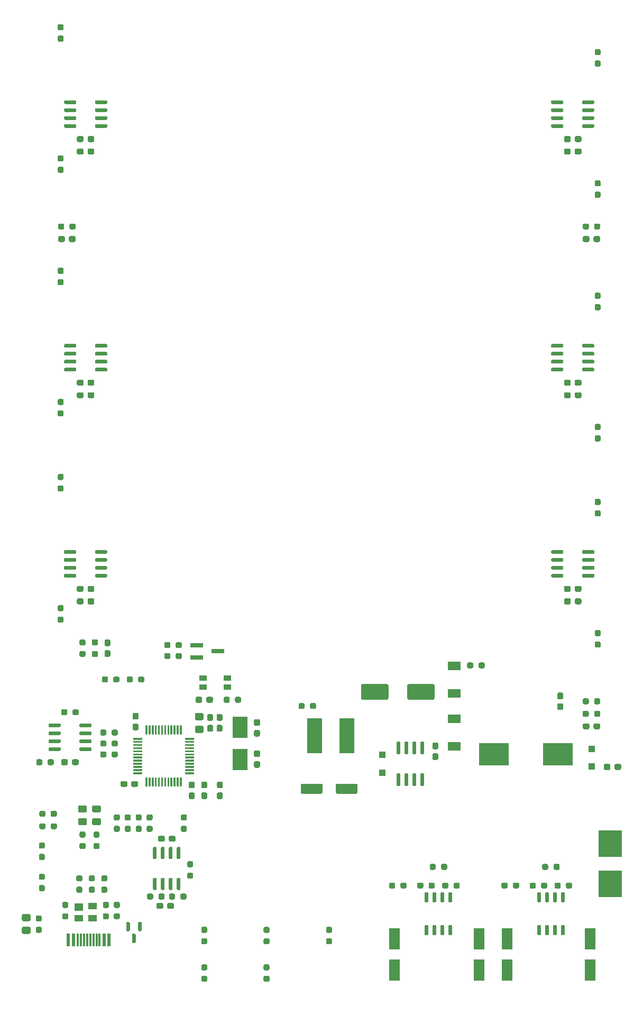
<source format=gtp>
G04 #@! TF.GenerationSoftware,KiCad,Pcbnew,(5.99.0-11727-g1ec70d30af)*
G04 #@! TF.CreationDate,2021-08-20T03:51:17+02:00*
G04 #@! TF.ProjectId,motorcontroller,6d6f746f-7263-46f6-9e74-726f6c6c6572,rev?*
G04 #@! TF.SameCoordinates,Original*
G04 #@! TF.FileFunction,Paste,Top*
G04 #@! TF.FilePolarity,Positive*
%FSLAX46Y46*%
G04 Gerber Fmt 4.6, Leading zero omitted, Abs format (unit mm)*
G04 Created by KiCad (PCBNEW (5.99.0-11727-g1ec70d30af)) date 2021-08-20 03:51:17*
%MOMM*%
%LPD*%
G01*
G04 APERTURE LIST*
%ADD10R,1.800000X3.500000*%
%ADD11R,1.100000X1.100000*%
%ADD12R,3.810000X4.240000*%
%ADD13R,2.000000X0.650000*%
%ADD14R,2.100000X1.400000*%
%ADD15R,1.250000X0.900000*%
%ADD16R,4.700000X3.600000*%
%ADD17R,1.400000X1.200000*%
%ADD18R,1.400000X1.000000*%
%ADD19R,2.400000X3.500000*%
%ADD20R,0.600000X2.050000*%
%ADD21R,0.300000X2.050000*%
%ADD22R,2.350000X5.700000*%
G04 APERTURE END LIST*
G04 #@! TO.C,R404*
G36*
G01*
X37237500Y-53400000D02*
X36762500Y-53400000D01*
G75*
G02*
X36525000Y-53162500I0J237500D01*
G01*
X36525000Y-52662500D01*
G75*
G02*
X36762500Y-52425000I237500J0D01*
G01*
X37237500Y-52425000D01*
G75*
G02*
X37475000Y-52662500I0J-237500D01*
G01*
X37475000Y-53162500D01*
G75*
G02*
X37237500Y-53400000I-237500J0D01*
G01*
G37*
G36*
G01*
X37237500Y-51575000D02*
X36762500Y-51575000D01*
G75*
G02*
X36525000Y-51337500I0J237500D01*
G01*
X36525000Y-50837500D01*
G75*
G02*
X36762500Y-50600000I237500J0D01*
G01*
X37237500Y-50600000D01*
G75*
G02*
X37475000Y-50837500I0J-237500D01*
G01*
X37475000Y-51337500D01*
G75*
G02*
X37237500Y-51575000I-237500J0D01*
G01*
G37*
G04 #@! TD*
G04 #@! TO.C,D103*
G36*
G01*
X43200000Y-157850000D02*
X42300000Y-157850000D01*
G75*
G02*
X42050000Y-157600000I0J250000D01*
G01*
X42050000Y-156950000D01*
G75*
G02*
X42300000Y-156700000I250000J0D01*
G01*
X43200000Y-156700000D01*
G75*
G02*
X43450000Y-156950000I0J-250000D01*
G01*
X43450000Y-157600000D01*
G75*
G02*
X43200000Y-157850000I-250000J0D01*
G01*
G37*
G36*
G01*
X43200000Y-155800000D02*
X42300000Y-155800000D01*
G75*
G02*
X42050000Y-155550000I0J250000D01*
G01*
X42050000Y-154900000D01*
G75*
G02*
X42300000Y-154650000I250000J0D01*
G01*
X43200000Y-154650000D01*
G75*
G02*
X43450000Y-154900000I0J-250000D01*
G01*
X43450000Y-155550000D01*
G75*
G02*
X43200000Y-155800000I-250000J0D01*
G01*
G37*
G04 #@! TD*
G04 #@! TO.C,C412*
G36*
G01*
X117600000Y-87237500D02*
X117600000Y-86762500D01*
G75*
G02*
X117837500Y-86525000I237500J0D01*
G01*
X118437500Y-86525000D01*
G75*
G02*
X118675000Y-86762500I0J-237500D01*
G01*
X118675000Y-87237500D01*
G75*
G02*
X118437500Y-87475000I-237500J0D01*
G01*
X117837500Y-87475000D01*
G75*
G02*
X117600000Y-87237500I0J237500D01*
G01*
G37*
G36*
G01*
X119325000Y-87237500D02*
X119325000Y-86762500D01*
G75*
G02*
X119562500Y-86525000I237500J0D01*
G01*
X120162500Y-86525000D01*
G75*
G02*
X120400000Y-86762500I0J-237500D01*
G01*
X120400000Y-87237500D01*
G75*
G02*
X120162500Y-87475000I-237500J0D01*
G01*
X119562500Y-87475000D01*
G75*
G02*
X119325000Y-87237500I0J237500D01*
G01*
G37*
G04 #@! TD*
G04 #@! TO.C,U101*
G36*
G01*
X55755000Y-161300000D02*
X56055000Y-161300000D01*
G75*
G02*
X56205000Y-161450000I0J-150000D01*
G01*
X56205000Y-163100000D01*
G75*
G02*
X56055000Y-163250000I-150000J0D01*
G01*
X55755000Y-163250000D01*
G75*
G02*
X55605000Y-163100000I0J150000D01*
G01*
X55605000Y-161450000D01*
G75*
G02*
X55755000Y-161300000I150000J0D01*
G01*
G37*
G36*
G01*
X54485000Y-161300000D02*
X54785000Y-161300000D01*
G75*
G02*
X54935000Y-161450000I0J-150000D01*
G01*
X54935000Y-163100000D01*
G75*
G02*
X54785000Y-163250000I-150000J0D01*
G01*
X54485000Y-163250000D01*
G75*
G02*
X54335000Y-163100000I0J150000D01*
G01*
X54335000Y-161450000D01*
G75*
G02*
X54485000Y-161300000I150000J0D01*
G01*
G37*
G36*
G01*
X53215000Y-161300000D02*
X53515000Y-161300000D01*
G75*
G02*
X53665000Y-161450000I0J-150000D01*
G01*
X53665000Y-163100000D01*
G75*
G02*
X53515000Y-163250000I-150000J0D01*
G01*
X53215000Y-163250000D01*
G75*
G02*
X53065000Y-163100000I0J150000D01*
G01*
X53065000Y-161450000D01*
G75*
G02*
X53215000Y-161300000I150000J0D01*
G01*
G37*
G36*
G01*
X51945000Y-161300000D02*
X52245000Y-161300000D01*
G75*
G02*
X52395000Y-161450000I0J-150000D01*
G01*
X52395000Y-163100000D01*
G75*
G02*
X52245000Y-163250000I-150000J0D01*
G01*
X51945000Y-163250000D01*
G75*
G02*
X51795000Y-163100000I0J150000D01*
G01*
X51795000Y-161450000D01*
G75*
G02*
X51945000Y-161300000I150000J0D01*
G01*
G37*
G36*
G01*
X51945000Y-166250000D02*
X52245000Y-166250000D01*
G75*
G02*
X52395000Y-166400000I0J-150000D01*
G01*
X52395000Y-168050000D01*
G75*
G02*
X52245000Y-168200000I-150000J0D01*
G01*
X51945000Y-168200000D01*
G75*
G02*
X51795000Y-168050000I0J150000D01*
G01*
X51795000Y-166400000D01*
G75*
G02*
X51945000Y-166250000I150000J0D01*
G01*
G37*
G36*
G01*
X53215000Y-166250000D02*
X53515000Y-166250000D01*
G75*
G02*
X53665000Y-166400000I0J-150000D01*
G01*
X53665000Y-168050000D01*
G75*
G02*
X53515000Y-168200000I-150000J0D01*
G01*
X53215000Y-168200000D01*
G75*
G02*
X53065000Y-168050000I0J150000D01*
G01*
X53065000Y-166400000D01*
G75*
G02*
X53215000Y-166250000I150000J0D01*
G01*
G37*
G36*
G01*
X54485000Y-166250000D02*
X54785000Y-166250000D01*
G75*
G02*
X54935000Y-166400000I0J-150000D01*
G01*
X54935000Y-168050000D01*
G75*
G02*
X54785000Y-168200000I-150000J0D01*
G01*
X54485000Y-168200000D01*
G75*
G02*
X54335000Y-168050000I0J150000D01*
G01*
X54335000Y-166400000D01*
G75*
G02*
X54485000Y-166250000I150000J0D01*
G01*
G37*
G36*
G01*
X55755000Y-166250000D02*
X56055000Y-166250000D01*
G75*
G02*
X56205000Y-166400000I0J-150000D01*
G01*
X56205000Y-168050000D01*
G75*
G02*
X56055000Y-168200000I-150000J0D01*
G01*
X55755000Y-168200000D01*
G75*
G02*
X55605000Y-168050000I0J150000D01*
G01*
X55605000Y-166400000D01*
G75*
G02*
X55755000Y-166250000I150000J0D01*
G01*
G37*
G04 #@! TD*
G04 #@! TO.C,R111*
G36*
G01*
X57987500Y-166400000D02*
X57512500Y-166400000D01*
G75*
G02*
X57275000Y-166162500I0J237500D01*
G01*
X57275000Y-165662500D01*
G75*
G02*
X57512500Y-165425000I237500J0D01*
G01*
X57987500Y-165425000D01*
G75*
G02*
X58225000Y-165662500I0J-237500D01*
G01*
X58225000Y-166162500D01*
G75*
G02*
X57987500Y-166400000I-237500J0D01*
G01*
G37*
G36*
G01*
X57987500Y-164575000D02*
X57512500Y-164575000D01*
G75*
G02*
X57275000Y-164337500I0J237500D01*
G01*
X57275000Y-163837500D01*
G75*
G02*
X57512500Y-163600000I237500J0D01*
G01*
X57987500Y-163600000D01*
G75*
G02*
X58225000Y-163837500I0J-237500D01*
G01*
X58225000Y-164337500D01*
G75*
G02*
X57987500Y-164575000I-237500J0D01*
G01*
G37*
G04 #@! TD*
G04 #@! TO.C,R403*
G36*
G01*
X37237500Y-32400000D02*
X36762500Y-32400000D01*
G75*
G02*
X36525000Y-32162500I0J237500D01*
G01*
X36525000Y-31662500D01*
G75*
G02*
X36762500Y-31425000I237500J0D01*
G01*
X37237500Y-31425000D01*
G75*
G02*
X37475000Y-31662500I0J-237500D01*
G01*
X37475000Y-32162500D01*
G75*
G02*
X37237500Y-32400000I-237500J0D01*
G01*
G37*
G36*
G01*
X37237500Y-30575000D02*
X36762500Y-30575000D01*
G75*
G02*
X36525000Y-30337500I0J237500D01*
G01*
X36525000Y-29837500D01*
G75*
G02*
X36762500Y-29600000I237500J0D01*
G01*
X37237500Y-29600000D01*
G75*
G02*
X37475000Y-29837500I0J-237500D01*
G01*
X37475000Y-30337500D01*
G75*
G02*
X37237500Y-30575000I-237500J0D01*
G01*
G37*
G04 #@! TD*
D10*
G04 #@! TO.C,D502*
X90500000Y-181000000D03*
X90500000Y-176000000D03*
G04 #@! TD*
G04 #@! TO.C,R117*
G36*
G01*
X56400000Y-130512500D02*
X56400000Y-130987500D01*
G75*
G02*
X56162500Y-131225000I-237500J0D01*
G01*
X55662500Y-131225000D01*
G75*
G02*
X55425000Y-130987500I0J237500D01*
G01*
X55425000Y-130512500D01*
G75*
G02*
X55662500Y-130275000I237500J0D01*
G01*
X56162500Y-130275000D01*
G75*
G02*
X56400000Y-130512500I0J-237500D01*
G01*
G37*
G36*
G01*
X54575000Y-130512500D02*
X54575000Y-130987500D01*
G75*
G02*
X54337500Y-131225000I-237500J0D01*
G01*
X53837500Y-131225000D01*
G75*
G02*
X53600000Y-130987500I0J237500D01*
G01*
X53600000Y-130512500D01*
G75*
G02*
X53837500Y-130275000I237500J0D01*
G01*
X54337500Y-130275000D01*
G75*
G02*
X54575000Y-130512500I0J-237500D01*
G01*
G37*
G04 #@! TD*
G04 #@! TO.C,R402*
G36*
G01*
X36600000Y-62237500D02*
X36600000Y-61762500D01*
G75*
G02*
X36837500Y-61525000I237500J0D01*
G01*
X37337500Y-61525000D01*
G75*
G02*
X37575000Y-61762500I0J-237500D01*
G01*
X37575000Y-62237500D01*
G75*
G02*
X37337500Y-62475000I-237500J0D01*
G01*
X36837500Y-62475000D01*
G75*
G02*
X36600000Y-62237500I0J237500D01*
G01*
G37*
G36*
G01*
X38425000Y-62237500D02*
X38425000Y-61762500D01*
G75*
G02*
X38662500Y-61525000I237500J0D01*
G01*
X39162500Y-61525000D01*
G75*
G02*
X39400000Y-61762500I0J-237500D01*
G01*
X39400000Y-62237500D01*
G75*
G02*
X39162500Y-62475000I-237500J0D01*
G01*
X38662500Y-62475000D01*
G75*
G02*
X38425000Y-62237500I0J237500D01*
G01*
G37*
G04 #@! TD*
G04 #@! TO.C,R408*
G36*
G01*
X37237500Y-125400000D02*
X36762500Y-125400000D01*
G75*
G02*
X36525000Y-125162500I0J237500D01*
G01*
X36525000Y-124662500D01*
G75*
G02*
X36762500Y-124425000I237500J0D01*
G01*
X37237500Y-124425000D01*
G75*
G02*
X37475000Y-124662500I0J-237500D01*
G01*
X37475000Y-125162500D01*
G75*
G02*
X37237500Y-125400000I-237500J0D01*
G01*
G37*
G36*
G01*
X37237500Y-123575000D02*
X36762500Y-123575000D01*
G75*
G02*
X36525000Y-123337500I0J237500D01*
G01*
X36525000Y-122837500D01*
G75*
G02*
X36762500Y-122600000I237500J0D01*
G01*
X37237500Y-122600000D01*
G75*
G02*
X37475000Y-122837500I0J-237500D01*
G01*
X37475000Y-123337500D01*
G75*
G02*
X37237500Y-123575000I-237500J0D01*
G01*
G37*
G04 #@! TD*
D11*
G04 #@! TO.C,D204*
X88500000Y-146600000D03*
X88500000Y-149400000D03*
G04 #@! TD*
G04 #@! TO.C,C101*
G36*
G01*
X55400000Y-159762500D02*
X55400000Y-160237500D01*
G75*
G02*
X55162500Y-160475000I-237500J0D01*
G01*
X54562500Y-160475000D01*
G75*
G02*
X54325000Y-160237500I0J237500D01*
G01*
X54325000Y-159762500D01*
G75*
G02*
X54562500Y-159525000I237500J0D01*
G01*
X55162500Y-159525000D01*
G75*
G02*
X55400000Y-159762500I0J-237500D01*
G01*
G37*
G36*
G01*
X53675000Y-159762500D02*
X53675000Y-160237500D01*
G75*
G02*
X53437500Y-160475000I-237500J0D01*
G01*
X52837500Y-160475000D01*
G75*
G02*
X52600000Y-160237500I0J237500D01*
G01*
X52600000Y-159762500D01*
G75*
G02*
X52837500Y-159525000I237500J0D01*
G01*
X53437500Y-159525000D01*
G75*
G02*
X53675000Y-159762500I0J-237500D01*
G01*
G37*
G04 #@! TD*
G04 #@! TO.C,C219*
G36*
G01*
X62737500Y-153650000D02*
X62262500Y-153650000D01*
G75*
G02*
X62025000Y-153412500I0J237500D01*
G01*
X62025000Y-152812500D01*
G75*
G02*
X62262500Y-152575000I237500J0D01*
G01*
X62737500Y-152575000D01*
G75*
G02*
X62975000Y-152812500I0J-237500D01*
G01*
X62975000Y-153412500D01*
G75*
G02*
X62737500Y-153650000I-237500J0D01*
G01*
G37*
G36*
G01*
X62737500Y-151925000D02*
X62262500Y-151925000D01*
G75*
G02*
X62025000Y-151687500I0J237500D01*
G01*
X62025000Y-151087500D01*
G75*
G02*
X62262500Y-150850000I237500J0D01*
G01*
X62737500Y-150850000D01*
G75*
G02*
X62975000Y-151087500I0J-237500D01*
G01*
X62975000Y-151687500D01*
G75*
G02*
X62737500Y-151925000I-237500J0D01*
G01*
G37*
G04 #@! TD*
G04 #@! TO.C,R304*
G36*
G01*
X41762500Y-165850000D02*
X42237500Y-165850000D01*
G75*
G02*
X42475000Y-166087500I0J-237500D01*
G01*
X42475000Y-166587500D01*
G75*
G02*
X42237500Y-166825000I-237500J0D01*
G01*
X41762500Y-166825000D01*
G75*
G02*
X41525000Y-166587500I0J237500D01*
G01*
X41525000Y-166087500D01*
G75*
G02*
X41762500Y-165850000I237500J0D01*
G01*
G37*
G36*
G01*
X41762500Y-167675000D02*
X42237500Y-167675000D01*
G75*
G02*
X42475000Y-167912500I0J-237500D01*
G01*
X42475000Y-168412500D01*
G75*
G02*
X42237500Y-168650000I-237500J0D01*
G01*
X41762500Y-168650000D01*
G75*
G02*
X41525000Y-168412500I0J237500D01*
G01*
X41525000Y-167912500D01*
G75*
G02*
X41762500Y-167675000I237500J0D01*
G01*
G37*
G04 #@! TD*
G04 #@! TO.C,R307*
G36*
G01*
X36400000Y-157762500D02*
X36400000Y-158237500D01*
G75*
G02*
X36162500Y-158475000I-237500J0D01*
G01*
X35662500Y-158475000D01*
G75*
G02*
X35425000Y-158237500I0J237500D01*
G01*
X35425000Y-157762500D01*
G75*
G02*
X35662500Y-157525000I237500J0D01*
G01*
X36162500Y-157525000D01*
G75*
G02*
X36400000Y-157762500I0J-237500D01*
G01*
G37*
G36*
G01*
X34575000Y-157762500D02*
X34575000Y-158237500D01*
G75*
G02*
X34337500Y-158475000I-237500J0D01*
G01*
X33837500Y-158475000D01*
G75*
G02*
X33600000Y-158237500I0J237500D01*
G01*
X33600000Y-157762500D01*
G75*
G02*
X33837500Y-157525000I237500J0D01*
G01*
X34337500Y-157525000D01*
G75*
G02*
X34575000Y-157762500I0J-237500D01*
G01*
G37*
G04 #@! TD*
G04 #@! TO.C,R506*
G36*
G01*
X107600000Y-167737500D02*
X107600000Y-167262500D01*
G75*
G02*
X107837500Y-167025000I237500J0D01*
G01*
X108337500Y-167025000D01*
G75*
G02*
X108575000Y-167262500I0J-237500D01*
G01*
X108575000Y-167737500D01*
G75*
G02*
X108337500Y-167975000I-237500J0D01*
G01*
X107837500Y-167975000D01*
G75*
G02*
X107600000Y-167737500I0J237500D01*
G01*
G37*
G36*
G01*
X109425000Y-167737500D02*
X109425000Y-167262500D01*
G75*
G02*
X109662500Y-167025000I237500J0D01*
G01*
X110162500Y-167025000D01*
G75*
G02*
X110400000Y-167262500I0J-237500D01*
G01*
X110400000Y-167737500D01*
G75*
G02*
X110162500Y-167975000I-237500J0D01*
G01*
X109662500Y-167975000D01*
G75*
G02*
X109425000Y-167737500I0J237500D01*
G01*
G37*
G04 #@! TD*
G04 #@! TO.C,C213*
G36*
G01*
X117237500Y-139400000D02*
X116762500Y-139400000D01*
G75*
G02*
X116525000Y-139162500I0J237500D01*
G01*
X116525000Y-138562500D01*
G75*
G02*
X116762500Y-138325000I237500J0D01*
G01*
X117237500Y-138325000D01*
G75*
G02*
X117475000Y-138562500I0J-237500D01*
G01*
X117475000Y-139162500D01*
G75*
G02*
X117237500Y-139400000I-237500J0D01*
G01*
G37*
G36*
G01*
X117237500Y-137675000D02*
X116762500Y-137675000D01*
G75*
G02*
X116525000Y-137437500I0J237500D01*
G01*
X116525000Y-136837500D01*
G75*
G02*
X116762500Y-136600000I237500J0D01*
G01*
X117237500Y-136600000D01*
G75*
G02*
X117475000Y-136837500I0J-237500D01*
G01*
X117475000Y-137437500D01*
G75*
G02*
X117237500Y-137675000I-237500J0D01*
G01*
G37*
G04 #@! TD*
G04 #@! TO.C,R120*
G36*
G01*
X45762500Y-156100000D02*
X46237500Y-156100000D01*
G75*
G02*
X46475000Y-156337500I0J-237500D01*
G01*
X46475000Y-156837500D01*
G75*
G02*
X46237500Y-157075000I-237500J0D01*
G01*
X45762500Y-157075000D01*
G75*
G02*
X45525000Y-156837500I0J237500D01*
G01*
X45525000Y-156337500D01*
G75*
G02*
X45762500Y-156100000I237500J0D01*
G01*
G37*
G36*
G01*
X45762500Y-157925000D02*
X46237500Y-157925000D01*
G75*
G02*
X46475000Y-158162500I0J-237500D01*
G01*
X46475000Y-158662500D01*
G75*
G02*
X46237500Y-158900000I-237500J0D01*
G01*
X45762500Y-158900000D01*
G75*
G02*
X45525000Y-158662500I0J237500D01*
G01*
X45525000Y-158162500D01*
G75*
G02*
X45762500Y-157925000I237500J0D01*
G01*
G37*
G04 #@! TD*
G04 #@! TO.C,C408*
G36*
G01*
X123400000Y-63762500D02*
X123400000Y-64237500D01*
G75*
G02*
X123162500Y-64475000I-237500J0D01*
G01*
X122562500Y-64475000D01*
G75*
G02*
X122325000Y-64237500I0J237500D01*
G01*
X122325000Y-63762500D01*
G75*
G02*
X122562500Y-63525000I237500J0D01*
G01*
X123162500Y-63525000D01*
G75*
G02*
X123400000Y-63762500I0J-237500D01*
G01*
G37*
G36*
G01*
X121675000Y-63762500D02*
X121675000Y-64237500D01*
G75*
G02*
X121437500Y-64475000I-237500J0D01*
G01*
X120837500Y-64475000D01*
G75*
G02*
X120600000Y-64237500I0J237500D01*
G01*
X120600000Y-63762500D01*
G75*
G02*
X120837500Y-63525000I237500J0D01*
G01*
X121437500Y-63525000D01*
G75*
G02*
X121675000Y-63762500I0J-237500D01*
G01*
G37*
G04 #@! TD*
G04 #@! TO.C,R410*
G36*
G01*
X50400000Y-134262500D02*
X50400000Y-134737500D01*
G75*
G02*
X50162500Y-134975000I-237500J0D01*
G01*
X49662500Y-134975000D01*
G75*
G02*
X49425000Y-134737500I0J237500D01*
G01*
X49425000Y-134262500D01*
G75*
G02*
X49662500Y-134025000I237500J0D01*
G01*
X50162500Y-134025000D01*
G75*
G02*
X50400000Y-134262500I0J-237500D01*
G01*
G37*
G36*
G01*
X48575000Y-134262500D02*
X48575000Y-134737500D01*
G75*
G02*
X48337500Y-134975000I-237500J0D01*
G01*
X47837500Y-134975000D01*
G75*
G02*
X47600000Y-134737500I0J237500D01*
G01*
X47600000Y-134262500D01*
G75*
G02*
X47837500Y-134025000I237500J0D01*
G01*
X48337500Y-134025000D01*
G75*
G02*
X48575000Y-134262500I0J-237500D01*
G01*
G37*
G04 #@! TD*
G04 #@! TO.C,R112*
G36*
G01*
X33737500Y-175062500D02*
X33262500Y-175062500D01*
G75*
G02*
X33025000Y-174825000I0J237500D01*
G01*
X33025000Y-174325000D01*
G75*
G02*
X33262500Y-174087500I237500J0D01*
G01*
X33737500Y-174087500D01*
G75*
G02*
X33975000Y-174325000I0J-237500D01*
G01*
X33975000Y-174825000D01*
G75*
G02*
X33737500Y-175062500I-237500J0D01*
G01*
G37*
G36*
G01*
X33737500Y-173237500D02*
X33262500Y-173237500D01*
G75*
G02*
X33025000Y-173000000I0J237500D01*
G01*
X33025000Y-172500000D01*
G75*
G02*
X33262500Y-172262500I237500J0D01*
G01*
X33737500Y-172262500D01*
G75*
G02*
X33975000Y-172500000I0J-237500D01*
G01*
X33975000Y-173000000D01*
G75*
G02*
X33737500Y-173237500I-237500J0D01*
G01*
G37*
G04 #@! TD*
G04 #@! TO.C,C404*
G36*
G01*
X42400000Y-88762500D02*
X42400000Y-89237500D01*
G75*
G02*
X42162500Y-89475000I-237500J0D01*
G01*
X41562500Y-89475000D01*
G75*
G02*
X41325000Y-89237500I0J237500D01*
G01*
X41325000Y-88762500D01*
G75*
G02*
X41562500Y-88525000I237500J0D01*
G01*
X42162500Y-88525000D01*
G75*
G02*
X42400000Y-88762500I0J-237500D01*
G01*
G37*
G36*
G01*
X40675000Y-88762500D02*
X40675000Y-89237500D01*
G75*
G02*
X40437500Y-89475000I-237500J0D01*
G01*
X39837500Y-89475000D01*
G75*
G02*
X39600000Y-89237500I0J237500D01*
G01*
X39600000Y-88762500D01*
G75*
G02*
X39837500Y-88525000I237500J0D01*
G01*
X40437500Y-88525000D01*
G75*
G02*
X40675000Y-88762500I0J-237500D01*
G01*
G37*
G04 #@! TD*
G04 #@! TO.C,U403*
G36*
G01*
X44450000Y-117755000D02*
X44450000Y-118055000D01*
G75*
G02*
X44300000Y-118205000I-150000J0D01*
G01*
X42650000Y-118205000D01*
G75*
G02*
X42500000Y-118055000I0J150000D01*
G01*
X42500000Y-117755000D01*
G75*
G02*
X42650000Y-117605000I150000J0D01*
G01*
X44300000Y-117605000D01*
G75*
G02*
X44450000Y-117755000I0J-150000D01*
G01*
G37*
G36*
G01*
X44450000Y-116485000D02*
X44450000Y-116785000D01*
G75*
G02*
X44300000Y-116935000I-150000J0D01*
G01*
X42650000Y-116935000D01*
G75*
G02*
X42500000Y-116785000I0J150000D01*
G01*
X42500000Y-116485000D01*
G75*
G02*
X42650000Y-116335000I150000J0D01*
G01*
X44300000Y-116335000D01*
G75*
G02*
X44450000Y-116485000I0J-150000D01*
G01*
G37*
G36*
G01*
X44450000Y-115215000D02*
X44450000Y-115515000D01*
G75*
G02*
X44300000Y-115665000I-150000J0D01*
G01*
X42650000Y-115665000D01*
G75*
G02*
X42500000Y-115515000I0J150000D01*
G01*
X42500000Y-115215000D01*
G75*
G02*
X42650000Y-115065000I150000J0D01*
G01*
X44300000Y-115065000D01*
G75*
G02*
X44450000Y-115215000I0J-150000D01*
G01*
G37*
G36*
G01*
X44450000Y-113945000D02*
X44450000Y-114245000D01*
G75*
G02*
X44300000Y-114395000I-150000J0D01*
G01*
X42650000Y-114395000D01*
G75*
G02*
X42500000Y-114245000I0J150000D01*
G01*
X42500000Y-113945000D01*
G75*
G02*
X42650000Y-113795000I150000J0D01*
G01*
X44300000Y-113795000D01*
G75*
G02*
X44450000Y-113945000I0J-150000D01*
G01*
G37*
G36*
G01*
X39500000Y-113945000D02*
X39500000Y-114245000D01*
G75*
G02*
X39350000Y-114395000I-150000J0D01*
G01*
X37700000Y-114395000D01*
G75*
G02*
X37550000Y-114245000I0J150000D01*
G01*
X37550000Y-113945000D01*
G75*
G02*
X37700000Y-113795000I150000J0D01*
G01*
X39350000Y-113795000D01*
G75*
G02*
X39500000Y-113945000I0J-150000D01*
G01*
G37*
G36*
G01*
X39500000Y-115215000D02*
X39500000Y-115515000D01*
G75*
G02*
X39350000Y-115665000I-150000J0D01*
G01*
X37700000Y-115665000D01*
G75*
G02*
X37550000Y-115515000I0J150000D01*
G01*
X37550000Y-115215000D01*
G75*
G02*
X37700000Y-115065000I150000J0D01*
G01*
X39350000Y-115065000D01*
G75*
G02*
X39500000Y-115215000I0J-150000D01*
G01*
G37*
G36*
G01*
X39500000Y-116485000D02*
X39500000Y-116785000D01*
G75*
G02*
X39350000Y-116935000I-150000J0D01*
G01*
X37700000Y-116935000D01*
G75*
G02*
X37550000Y-116785000I0J150000D01*
G01*
X37550000Y-116485000D01*
G75*
G02*
X37700000Y-116335000I150000J0D01*
G01*
X39350000Y-116335000D01*
G75*
G02*
X39500000Y-116485000I0J-150000D01*
G01*
G37*
G36*
G01*
X39500000Y-117755000D02*
X39500000Y-118055000D01*
G75*
G02*
X39350000Y-118205000I-150000J0D01*
G01*
X37700000Y-118205000D01*
G75*
G02*
X37550000Y-118055000I0J150000D01*
G01*
X37550000Y-117755000D01*
G75*
G02*
X37700000Y-117605000I150000J0D01*
G01*
X39350000Y-117605000D01*
G75*
G02*
X39500000Y-117755000I0J-150000D01*
G01*
G37*
G04 #@! TD*
G04 #@! TO.C,D104*
G36*
G01*
X49550000Y-173325000D02*
X49850000Y-173325000D01*
G75*
G02*
X50000000Y-173475000I0J-150000D01*
G01*
X50000000Y-174650000D01*
G75*
G02*
X49850000Y-174800000I-150000J0D01*
G01*
X49550000Y-174800000D01*
G75*
G02*
X49400000Y-174650000I0J150000D01*
G01*
X49400000Y-173475000D01*
G75*
G02*
X49550000Y-173325000I150000J0D01*
G01*
G37*
G36*
G01*
X47650000Y-173325000D02*
X47950000Y-173325000D01*
G75*
G02*
X48100000Y-173475000I0J-150000D01*
G01*
X48100000Y-174650000D01*
G75*
G02*
X47950000Y-174800000I-150000J0D01*
G01*
X47650000Y-174800000D01*
G75*
G02*
X47500000Y-174650000I0J150000D01*
G01*
X47500000Y-173475000D01*
G75*
G02*
X47650000Y-173325000I150000J0D01*
G01*
G37*
G36*
G01*
X48600000Y-175200000D02*
X48900000Y-175200000D01*
G75*
G02*
X49050000Y-175350000I0J-150000D01*
G01*
X49050000Y-176525000D01*
G75*
G02*
X48900000Y-176675000I-150000J0D01*
G01*
X48600000Y-176675000D01*
G75*
G02*
X48450000Y-176525000I0J150000D01*
G01*
X48450000Y-175350000D01*
G75*
G02*
X48600000Y-175200000I150000J0D01*
G01*
G37*
G04 #@! TD*
G04 #@! TO.C,R109*
G36*
G01*
X34237500Y-163400000D02*
X33762500Y-163400000D01*
G75*
G02*
X33525000Y-163162500I0J237500D01*
G01*
X33525000Y-162662500D01*
G75*
G02*
X33762500Y-162425000I237500J0D01*
G01*
X34237500Y-162425000D01*
G75*
G02*
X34475000Y-162662500I0J-237500D01*
G01*
X34475000Y-163162500D01*
G75*
G02*
X34237500Y-163400000I-237500J0D01*
G01*
G37*
G36*
G01*
X34237500Y-161575000D02*
X33762500Y-161575000D01*
G75*
G02*
X33525000Y-161337500I0J237500D01*
G01*
X33525000Y-160837500D01*
G75*
G02*
X33762500Y-160600000I237500J0D01*
G01*
X34237500Y-160600000D01*
G75*
G02*
X34475000Y-160837500I0J-237500D01*
G01*
X34475000Y-161337500D01*
G75*
G02*
X34237500Y-161575000I-237500J0D01*
G01*
G37*
G04 #@! TD*
G04 #@! TO.C,R311*
G36*
G01*
X43350000Y-146737500D02*
X43350000Y-146262500D01*
G75*
G02*
X43587500Y-146025000I237500J0D01*
G01*
X44087500Y-146025000D01*
G75*
G02*
X44325000Y-146262500I0J-237500D01*
G01*
X44325000Y-146737500D01*
G75*
G02*
X44087500Y-146975000I-237500J0D01*
G01*
X43587500Y-146975000D01*
G75*
G02*
X43350000Y-146737500I0J237500D01*
G01*
G37*
G36*
G01*
X45175000Y-146737500D02*
X45175000Y-146262500D01*
G75*
G02*
X45412500Y-146025000I237500J0D01*
G01*
X45912500Y-146025000D01*
G75*
G02*
X46150000Y-146262500I0J-237500D01*
G01*
X46150000Y-146737500D01*
G75*
G02*
X45912500Y-146975000I-237500J0D01*
G01*
X45412500Y-146975000D01*
G75*
G02*
X45175000Y-146737500I0J237500D01*
G01*
G37*
G04 #@! TD*
G04 #@! TO.C,R503*
G36*
G01*
X98100000Y-167737500D02*
X98100000Y-167262500D01*
G75*
G02*
X98337500Y-167025000I237500J0D01*
G01*
X98837500Y-167025000D01*
G75*
G02*
X99075000Y-167262500I0J-237500D01*
G01*
X99075000Y-167737500D01*
G75*
G02*
X98837500Y-167975000I-237500J0D01*
G01*
X98337500Y-167975000D01*
G75*
G02*
X98100000Y-167737500I0J237500D01*
G01*
G37*
G36*
G01*
X99925000Y-167737500D02*
X99925000Y-167262500D01*
G75*
G02*
X100162500Y-167025000I237500J0D01*
G01*
X100662500Y-167025000D01*
G75*
G02*
X100900000Y-167262500I0J-237500D01*
G01*
X100900000Y-167737500D01*
G75*
G02*
X100662500Y-167975000I-237500J0D01*
G01*
X100162500Y-167975000D01*
G75*
G02*
X99925000Y-167737500I0J237500D01*
G01*
G37*
G04 #@! TD*
G04 #@! TO.C,R106*
G36*
G01*
X33762500Y-165600000D02*
X34237500Y-165600000D01*
G75*
G02*
X34475000Y-165837500I0J-237500D01*
G01*
X34475000Y-166337500D01*
G75*
G02*
X34237500Y-166575000I-237500J0D01*
G01*
X33762500Y-166575000D01*
G75*
G02*
X33525000Y-166337500I0J237500D01*
G01*
X33525000Y-165837500D01*
G75*
G02*
X33762500Y-165600000I237500J0D01*
G01*
G37*
G36*
G01*
X33762500Y-167425000D02*
X34237500Y-167425000D01*
G75*
G02*
X34475000Y-167662500I0J-237500D01*
G01*
X34475000Y-168162500D01*
G75*
G02*
X34237500Y-168400000I-237500J0D01*
G01*
X33762500Y-168400000D01*
G75*
G02*
X33525000Y-168162500I0J237500D01*
G01*
X33525000Y-167662500D01*
G75*
G02*
X33762500Y-167425000I237500J0D01*
G01*
G37*
G04 #@! TD*
G04 #@! TO.C,D203*
X122000000Y-145600000D03*
X122000000Y-148400000D03*
G04 #@! TD*
G04 #@! TO.C,C218*
G36*
G01*
X62212020Y-140049520D02*
X62687020Y-140049520D01*
G75*
G02*
X62924520Y-140287020I0J-237500D01*
G01*
X62924520Y-140887020D01*
G75*
G02*
X62687020Y-141124520I-237500J0D01*
G01*
X62212020Y-141124520D01*
G75*
G02*
X61974520Y-140887020I0J237500D01*
G01*
X61974520Y-140287020D01*
G75*
G02*
X62212020Y-140049520I237500J0D01*
G01*
G37*
G36*
G01*
X62212020Y-141774520D02*
X62687020Y-141774520D01*
G75*
G02*
X62924520Y-142012020I0J-237500D01*
G01*
X62924520Y-142612020D01*
G75*
G02*
X62687020Y-142849520I-237500J0D01*
G01*
X62212020Y-142849520D01*
G75*
G02*
X61974520Y-142612020I0J237500D01*
G01*
X61974520Y-142012020D01*
G75*
G02*
X62212020Y-141774520I237500J0D01*
G01*
G37*
G04 #@! TD*
G04 #@! TO.C,R413*
G36*
G01*
X123237500Y-75400000D02*
X122762500Y-75400000D01*
G75*
G02*
X122525000Y-75162500I0J237500D01*
G01*
X122525000Y-74662500D01*
G75*
G02*
X122762500Y-74425000I237500J0D01*
G01*
X123237500Y-74425000D01*
G75*
G02*
X123475000Y-74662500I0J-237500D01*
G01*
X123475000Y-75162500D01*
G75*
G02*
X123237500Y-75400000I-237500J0D01*
G01*
G37*
G36*
G01*
X123237500Y-73575000D02*
X122762500Y-73575000D01*
G75*
G02*
X122525000Y-73337500I0J237500D01*
G01*
X122525000Y-72837500D01*
G75*
G02*
X122762500Y-72600000I237500J0D01*
G01*
X123237500Y-72600000D01*
G75*
G02*
X123475000Y-72837500I0J-237500D01*
G01*
X123475000Y-73337500D01*
G75*
G02*
X123237500Y-73575000I-237500J0D01*
G01*
G37*
G04 #@! TD*
D12*
G04 #@! TO.C,F201*
X125000000Y-167185000D03*
X125000000Y-160815000D03*
G04 #@! TD*
G04 #@! TO.C,R501*
G36*
G01*
X96100000Y-164737500D02*
X96100000Y-164262500D01*
G75*
G02*
X96337500Y-164025000I237500J0D01*
G01*
X96837500Y-164025000D01*
G75*
G02*
X97075000Y-164262500I0J-237500D01*
G01*
X97075000Y-164737500D01*
G75*
G02*
X96837500Y-164975000I-237500J0D01*
G01*
X96337500Y-164975000D01*
G75*
G02*
X96100000Y-164737500I0J237500D01*
G01*
G37*
G36*
G01*
X97925000Y-164737500D02*
X97925000Y-164262500D01*
G75*
G02*
X98162500Y-164025000I237500J0D01*
G01*
X98662500Y-164025000D01*
G75*
G02*
X98900000Y-164262500I0J-237500D01*
G01*
X98900000Y-164737500D01*
G75*
G02*
X98662500Y-164975000I-237500J0D01*
G01*
X98162500Y-164975000D01*
G75*
G02*
X97925000Y-164737500I0J237500D01*
G01*
G37*
G04 #@! TD*
G04 #@! TO.C,R201*
G36*
G01*
X120600000Y-138237500D02*
X120600000Y-137762500D01*
G75*
G02*
X120837500Y-137525000I237500J0D01*
G01*
X121337500Y-137525000D01*
G75*
G02*
X121575000Y-137762500I0J-237500D01*
G01*
X121575000Y-138237500D01*
G75*
G02*
X121337500Y-138475000I-237500J0D01*
G01*
X120837500Y-138475000D01*
G75*
G02*
X120600000Y-138237500I0J237500D01*
G01*
G37*
G36*
G01*
X122425000Y-138237500D02*
X122425000Y-137762500D01*
G75*
G02*
X122662500Y-137525000I237500J0D01*
G01*
X123162500Y-137525000D01*
G75*
G02*
X123400000Y-137762500I0J-237500D01*
G01*
X123400000Y-138237500D01*
G75*
G02*
X123162500Y-138475000I-237500J0D01*
G01*
X122662500Y-138475000D01*
G75*
G02*
X122425000Y-138237500I0J237500D01*
G01*
G37*
G04 #@! TD*
G04 #@! TO.C,U401*
G36*
G01*
X44450000Y-45755000D02*
X44450000Y-46055000D01*
G75*
G02*
X44300000Y-46205000I-150000J0D01*
G01*
X42650000Y-46205000D01*
G75*
G02*
X42500000Y-46055000I0J150000D01*
G01*
X42500000Y-45755000D01*
G75*
G02*
X42650000Y-45605000I150000J0D01*
G01*
X44300000Y-45605000D01*
G75*
G02*
X44450000Y-45755000I0J-150000D01*
G01*
G37*
G36*
G01*
X44450000Y-44485000D02*
X44450000Y-44785000D01*
G75*
G02*
X44300000Y-44935000I-150000J0D01*
G01*
X42650000Y-44935000D01*
G75*
G02*
X42500000Y-44785000I0J150000D01*
G01*
X42500000Y-44485000D01*
G75*
G02*
X42650000Y-44335000I150000J0D01*
G01*
X44300000Y-44335000D01*
G75*
G02*
X44450000Y-44485000I0J-150000D01*
G01*
G37*
G36*
G01*
X44450000Y-43215000D02*
X44450000Y-43515000D01*
G75*
G02*
X44300000Y-43665000I-150000J0D01*
G01*
X42650000Y-43665000D01*
G75*
G02*
X42500000Y-43515000I0J150000D01*
G01*
X42500000Y-43215000D01*
G75*
G02*
X42650000Y-43065000I150000J0D01*
G01*
X44300000Y-43065000D01*
G75*
G02*
X44450000Y-43215000I0J-150000D01*
G01*
G37*
G36*
G01*
X44450000Y-41945000D02*
X44450000Y-42245000D01*
G75*
G02*
X44300000Y-42395000I-150000J0D01*
G01*
X42650000Y-42395000D01*
G75*
G02*
X42500000Y-42245000I0J150000D01*
G01*
X42500000Y-41945000D01*
G75*
G02*
X42650000Y-41795000I150000J0D01*
G01*
X44300000Y-41795000D01*
G75*
G02*
X44450000Y-41945000I0J-150000D01*
G01*
G37*
G36*
G01*
X39500000Y-41945000D02*
X39500000Y-42245000D01*
G75*
G02*
X39350000Y-42395000I-150000J0D01*
G01*
X37700000Y-42395000D01*
G75*
G02*
X37550000Y-42245000I0J150000D01*
G01*
X37550000Y-41945000D01*
G75*
G02*
X37700000Y-41795000I150000J0D01*
G01*
X39350000Y-41795000D01*
G75*
G02*
X39500000Y-41945000I0J-150000D01*
G01*
G37*
G36*
G01*
X39500000Y-43215000D02*
X39500000Y-43515000D01*
G75*
G02*
X39350000Y-43665000I-150000J0D01*
G01*
X37700000Y-43665000D01*
G75*
G02*
X37550000Y-43515000I0J150000D01*
G01*
X37550000Y-43215000D01*
G75*
G02*
X37700000Y-43065000I150000J0D01*
G01*
X39350000Y-43065000D01*
G75*
G02*
X39500000Y-43215000I0J-150000D01*
G01*
G37*
G36*
G01*
X39500000Y-44485000D02*
X39500000Y-44785000D01*
G75*
G02*
X39350000Y-44935000I-150000J0D01*
G01*
X37700000Y-44935000D01*
G75*
G02*
X37550000Y-44785000I0J150000D01*
G01*
X37550000Y-44485000D01*
G75*
G02*
X37700000Y-44335000I150000J0D01*
G01*
X39350000Y-44335000D01*
G75*
G02*
X39500000Y-44485000I0J-150000D01*
G01*
G37*
G36*
G01*
X39500000Y-45755000D02*
X39500000Y-46055000D01*
G75*
G02*
X39350000Y-46205000I-150000J0D01*
G01*
X37700000Y-46205000D01*
G75*
G02*
X37550000Y-46055000I0J150000D01*
G01*
X37550000Y-45755000D01*
G75*
G02*
X37700000Y-45605000I150000J0D01*
G01*
X39350000Y-45605000D01*
G75*
G02*
X39500000Y-45755000I0J-150000D01*
G01*
G37*
G04 #@! TD*
G04 #@! TO.C,L203*
G36*
G01*
X58749520Y-139874520D02*
X59649520Y-139874520D01*
G75*
G02*
X59899520Y-140124520I0J-250000D01*
G01*
X59899520Y-140774520D01*
G75*
G02*
X59649520Y-141024520I-250000J0D01*
G01*
X58749520Y-141024520D01*
G75*
G02*
X58499520Y-140774520I0J250000D01*
G01*
X58499520Y-140124520D01*
G75*
G02*
X58749520Y-139874520I250000J0D01*
G01*
G37*
G36*
G01*
X58749520Y-141924520D02*
X59649520Y-141924520D01*
G75*
G02*
X59899520Y-142174520I0J-250000D01*
G01*
X59899520Y-142824520D01*
G75*
G02*
X59649520Y-143074520I-250000J0D01*
G01*
X58749520Y-143074520D01*
G75*
G02*
X58499520Y-142824520I0J250000D01*
G01*
X58499520Y-142174520D01*
G75*
G02*
X58749520Y-141924520I250000J0D01*
G01*
G37*
G04 #@! TD*
G04 #@! TO.C,R203*
G36*
G01*
X40262500Y-128100000D02*
X40737500Y-128100000D01*
G75*
G02*
X40975000Y-128337500I0J-237500D01*
G01*
X40975000Y-128837500D01*
G75*
G02*
X40737500Y-129075000I-237500J0D01*
G01*
X40262500Y-129075000D01*
G75*
G02*
X40025000Y-128837500I0J237500D01*
G01*
X40025000Y-128337500D01*
G75*
G02*
X40262500Y-128100000I237500J0D01*
G01*
G37*
G36*
G01*
X40262500Y-129925000D02*
X40737500Y-129925000D01*
G75*
G02*
X40975000Y-130162500I0J-237500D01*
G01*
X40975000Y-130662500D01*
G75*
G02*
X40737500Y-130900000I-237500J0D01*
G01*
X40262500Y-130900000D01*
G75*
G02*
X40025000Y-130662500I0J237500D01*
G01*
X40025000Y-130162500D01*
G75*
G02*
X40262500Y-129925000I237500J0D01*
G01*
G37*
G04 #@! TD*
G04 #@! TO.C,R103*
G36*
G01*
X37987500Y-172900000D02*
X37512500Y-172900000D01*
G75*
G02*
X37275000Y-172662500I0J237500D01*
G01*
X37275000Y-172162500D01*
G75*
G02*
X37512500Y-171925000I237500J0D01*
G01*
X37987500Y-171925000D01*
G75*
G02*
X38225000Y-172162500I0J-237500D01*
G01*
X38225000Y-172662500D01*
G75*
G02*
X37987500Y-172900000I-237500J0D01*
G01*
G37*
G36*
G01*
X37987500Y-171075000D02*
X37512500Y-171075000D01*
G75*
G02*
X37275000Y-170837500I0J237500D01*
G01*
X37275000Y-170337500D01*
G75*
G02*
X37512500Y-170100000I237500J0D01*
G01*
X37987500Y-170100000D01*
G75*
G02*
X38225000Y-170337500I0J-237500D01*
G01*
X38225000Y-170837500D01*
G75*
G02*
X37987500Y-171075000I-237500J0D01*
G01*
G37*
G04 #@! TD*
D13*
G04 #@! TO.C,Q101*
X58790000Y-129050000D03*
X58790000Y-130950000D03*
X62210000Y-130000000D03*
G04 #@! TD*
G04 #@! TO.C,R415*
G36*
G01*
X123237500Y-108400000D02*
X122762500Y-108400000D01*
G75*
G02*
X122525000Y-108162500I0J237500D01*
G01*
X122525000Y-107662500D01*
G75*
G02*
X122762500Y-107425000I237500J0D01*
G01*
X123237500Y-107425000D01*
G75*
G02*
X123475000Y-107662500I0J-237500D01*
G01*
X123475000Y-108162500D01*
G75*
G02*
X123237500Y-108400000I-237500J0D01*
G01*
G37*
G36*
G01*
X123237500Y-106575000D02*
X122762500Y-106575000D01*
G75*
G02*
X122525000Y-106337500I0J237500D01*
G01*
X122525000Y-105837500D01*
G75*
G02*
X122762500Y-105600000I237500J0D01*
G01*
X123237500Y-105600000D01*
G75*
G02*
X123475000Y-105837500I0J-237500D01*
G01*
X123475000Y-106337500D01*
G75*
G02*
X123237500Y-106575000I-237500J0D01*
G01*
G37*
G04 #@! TD*
G04 #@! TO.C,R115*
G36*
G01*
X57150000Y-169012500D02*
X57150000Y-169487500D01*
G75*
G02*
X56912500Y-169725000I-237500J0D01*
G01*
X56412500Y-169725000D01*
G75*
G02*
X56175000Y-169487500I0J237500D01*
G01*
X56175000Y-169012500D01*
G75*
G02*
X56412500Y-168775000I237500J0D01*
G01*
X56912500Y-168775000D01*
G75*
G02*
X57150000Y-169012500I0J-237500D01*
G01*
G37*
G36*
G01*
X55325000Y-169012500D02*
X55325000Y-169487500D01*
G75*
G02*
X55087500Y-169725000I-237500J0D01*
G01*
X54587500Y-169725000D01*
G75*
G02*
X54350000Y-169487500I0J237500D01*
G01*
X54350000Y-169012500D01*
G75*
G02*
X54587500Y-168775000I237500J0D01*
G01*
X55087500Y-168775000D01*
G75*
G02*
X55325000Y-169012500I0J-237500D01*
G01*
G37*
G04 #@! TD*
G04 #@! TO.C,R411*
G36*
G01*
X123237500Y-36400000D02*
X122762500Y-36400000D01*
G75*
G02*
X122525000Y-36162500I0J237500D01*
G01*
X122525000Y-35662500D01*
G75*
G02*
X122762500Y-35425000I237500J0D01*
G01*
X123237500Y-35425000D01*
G75*
G02*
X123475000Y-35662500I0J-237500D01*
G01*
X123475000Y-36162500D01*
G75*
G02*
X123237500Y-36400000I-237500J0D01*
G01*
G37*
G36*
G01*
X123237500Y-34575000D02*
X122762500Y-34575000D01*
G75*
G02*
X122525000Y-34337500I0J237500D01*
G01*
X122525000Y-33837500D01*
G75*
G02*
X122762500Y-33600000I237500J0D01*
G01*
X123237500Y-33600000D01*
G75*
G02*
X123475000Y-33837500I0J-237500D01*
G01*
X123475000Y-34337500D01*
G75*
G02*
X123237500Y-34575000I-237500J0D01*
G01*
G37*
G04 #@! TD*
G04 #@! TO.C,U402*
G36*
G01*
X44450000Y-84755000D02*
X44450000Y-85055000D01*
G75*
G02*
X44300000Y-85205000I-150000J0D01*
G01*
X42650000Y-85205000D01*
G75*
G02*
X42500000Y-85055000I0J150000D01*
G01*
X42500000Y-84755000D01*
G75*
G02*
X42650000Y-84605000I150000J0D01*
G01*
X44300000Y-84605000D01*
G75*
G02*
X44450000Y-84755000I0J-150000D01*
G01*
G37*
G36*
G01*
X44450000Y-83485000D02*
X44450000Y-83785000D01*
G75*
G02*
X44300000Y-83935000I-150000J0D01*
G01*
X42650000Y-83935000D01*
G75*
G02*
X42500000Y-83785000I0J150000D01*
G01*
X42500000Y-83485000D01*
G75*
G02*
X42650000Y-83335000I150000J0D01*
G01*
X44300000Y-83335000D01*
G75*
G02*
X44450000Y-83485000I0J-150000D01*
G01*
G37*
G36*
G01*
X44450000Y-82215000D02*
X44450000Y-82515000D01*
G75*
G02*
X44300000Y-82665000I-150000J0D01*
G01*
X42650000Y-82665000D01*
G75*
G02*
X42500000Y-82515000I0J150000D01*
G01*
X42500000Y-82215000D01*
G75*
G02*
X42650000Y-82065000I150000J0D01*
G01*
X44300000Y-82065000D01*
G75*
G02*
X44450000Y-82215000I0J-150000D01*
G01*
G37*
G36*
G01*
X44450000Y-80945000D02*
X44450000Y-81245000D01*
G75*
G02*
X44300000Y-81395000I-150000J0D01*
G01*
X42650000Y-81395000D01*
G75*
G02*
X42500000Y-81245000I0J150000D01*
G01*
X42500000Y-80945000D01*
G75*
G02*
X42650000Y-80795000I150000J0D01*
G01*
X44300000Y-80795000D01*
G75*
G02*
X44450000Y-80945000I0J-150000D01*
G01*
G37*
G36*
G01*
X39500000Y-80945000D02*
X39500000Y-81245000D01*
G75*
G02*
X39350000Y-81395000I-150000J0D01*
G01*
X37700000Y-81395000D01*
G75*
G02*
X37550000Y-81245000I0J150000D01*
G01*
X37550000Y-80945000D01*
G75*
G02*
X37700000Y-80795000I150000J0D01*
G01*
X39350000Y-80795000D01*
G75*
G02*
X39500000Y-80945000I0J-150000D01*
G01*
G37*
G36*
G01*
X39500000Y-82215000D02*
X39500000Y-82515000D01*
G75*
G02*
X39350000Y-82665000I-150000J0D01*
G01*
X37700000Y-82665000D01*
G75*
G02*
X37550000Y-82515000I0J150000D01*
G01*
X37550000Y-82215000D01*
G75*
G02*
X37700000Y-82065000I150000J0D01*
G01*
X39350000Y-82065000D01*
G75*
G02*
X39500000Y-82215000I0J-150000D01*
G01*
G37*
G36*
G01*
X39500000Y-83485000D02*
X39500000Y-83785000D01*
G75*
G02*
X39350000Y-83935000I-150000J0D01*
G01*
X37700000Y-83935000D01*
G75*
G02*
X37550000Y-83785000I0J150000D01*
G01*
X37550000Y-83485000D01*
G75*
G02*
X37700000Y-83335000I150000J0D01*
G01*
X39350000Y-83335000D01*
G75*
G02*
X39500000Y-83485000I0J-150000D01*
G01*
G37*
G36*
G01*
X39500000Y-84755000D02*
X39500000Y-85055000D01*
G75*
G02*
X39350000Y-85205000I-150000J0D01*
G01*
X37700000Y-85205000D01*
G75*
G02*
X37550000Y-85055000I0J150000D01*
G01*
X37550000Y-84755000D01*
G75*
G02*
X37700000Y-84605000I150000J0D01*
G01*
X39350000Y-84605000D01*
G75*
G02*
X39500000Y-84755000I0J-150000D01*
G01*
G37*
G04 #@! TD*
G04 #@! TO.C,R405*
G36*
G01*
X37237500Y-71400000D02*
X36762500Y-71400000D01*
G75*
G02*
X36525000Y-71162500I0J237500D01*
G01*
X36525000Y-70662500D01*
G75*
G02*
X36762500Y-70425000I237500J0D01*
G01*
X37237500Y-70425000D01*
G75*
G02*
X37475000Y-70662500I0J-237500D01*
G01*
X37475000Y-71162500D01*
G75*
G02*
X37237500Y-71400000I-237500J0D01*
G01*
G37*
G36*
G01*
X37237500Y-69575000D02*
X36762500Y-69575000D01*
G75*
G02*
X36525000Y-69337500I0J237500D01*
G01*
X36525000Y-68837500D01*
G75*
G02*
X36762500Y-68600000I237500J0D01*
G01*
X37237500Y-68600000D01*
G75*
G02*
X37475000Y-68837500I0J-237500D01*
G01*
X37475000Y-69337500D01*
G75*
G02*
X37237500Y-69575000I-237500J0D01*
G01*
G37*
G04 #@! TD*
G04 #@! TO.C,R508*
G36*
G01*
X112100000Y-167737500D02*
X112100000Y-167262500D01*
G75*
G02*
X112337500Y-167025000I237500J0D01*
G01*
X112837500Y-167025000D01*
G75*
G02*
X113075000Y-167262500I0J-237500D01*
G01*
X113075000Y-167737500D01*
G75*
G02*
X112837500Y-167975000I-237500J0D01*
G01*
X112337500Y-167975000D01*
G75*
G02*
X112100000Y-167737500I0J237500D01*
G01*
G37*
G36*
G01*
X113925000Y-167737500D02*
X113925000Y-167262500D01*
G75*
G02*
X114162500Y-167025000I237500J0D01*
G01*
X114662500Y-167025000D01*
G75*
G02*
X114900000Y-167262500I0J-237500D01*
G01*
X114900000Y-167737500D01*
G75*
G02*
X114662500Y-167975000I-237500J0D01*
G01*
X114162500Y-167975000D01*
G75*
G02*
X113925000Y-167737500I0J237500D01*
G01*
G37*
G04 #@! TD*
G04 #@! TO.C,C414*
G36*
G01*
X117600000Y-120237500D02*
X117600000Y-119762500D01*
G75*
G02*
X117837500Y-119525000I237500J0D01*
G01*
X118437500Y-119525000D01*
G75*
G02*
X118675000Y-119762500I0J-237500D01*
G01*
X118675000Y-120237500D01*
G75*
G02*
X118437500Y-120475000I-237500J0D01*
G01*
X117837500Y-120475000D01*
G75*
G02*
X117600000Y-120237500I0J237500D01*
G01*
G37*
G36*
G01*
X119325000Y-120237500D02*
X119325000Y-119762500D01*
G75*
G02*
X119562500Y-119525000I237500J0D01*
G01*
X120162500Y-119525000D01*
G75*
G02*
X120400000Y-119762500I0J-237500D01*
G01*
X120400000Y-120237500D01*
G75*
G02*
X120162500Y-120475000I-237500J0D01*
G01*
X119562500Y-120475000D01*
G75*
G02*
X119325000Y-120237500I0J237500D01*
G01*
G37*
G04 #@! TD*
G04 #@! TO.C,C303*
G36*
G01*
X68687020Y-148650000D02*
X68212020Y-148650000D01*
G75*
G02*
X67974520Y-148412500I0J237500D01*
G01*
X67974520Y-147812500D01*
G75*
G02*
X68212020Y-147575000I237500J0D01*
G01*
X68687020Y-147575000D01*
G75*
G02*
X68924520Y-147812500I0J-237500D01*
G01*
X68924520Y-148412500D01*
G75*
G02*
X68687020Y-148650000I-237500J0D01*
G01*
G37*
G36*
G01*
X68687020Y-146925000D02*
X68212020Y-146925000D01*
G75*
G02*
X67974520Y-146687500I0J237500D01*
G01*
X67974520Y-146087500D01*
G75*
G02*
X68212020Y-145850000I237500J0D01*
G01*
X68687020Y-145850000D01*
G75*
G02*
X68924520Y-146087500I0J-237500D01*
G01*
X68924520Y-146687500D01*
G75*
G02*
X68687020Y-146925000I-237500J0D01*
G01*
G37*
G04 #@! TD*
G04 #@! TO.C,R303*
G36*
G01*
X39762500Y-165850000D02*
X40237500Y-165850000D01*
G75*
G02*
X40475000Y-166087500I0J-237500D01*
G01*
X40475000Y-166587500D01*
G75*
G02*
X40237500Y-166825000I-237500J0D01*
G01*
X39762500Y-166825000D01*
G75*
G02*
X39525000Y-166587500I0J237500D01*
G01*
X39525000Y-166087500D01*
G75*
G02*
X39762500Y-165850000I237500J0D01*
G01*
G37*
G36*
G01*
X39762500Y-167675000D02*
X40237500Y-167675000D01*
G75*
G02*
X40475000Y-167912500I0J-237500D01*
G01*
X40475000Y-168412500D01*
G75*
G02*
X40237500Y-168650000I-237500J0D01*
G01*
X39762500Y-168650000D01*
G75*
G02*
X39525000Y-168412500I0J237500D01*
G01*
X39525000Y-167912500D01*
G75*
G02*
X39762500Y-167675000I237500J0D01*
G01*
G37*
G04 #@! TD*
G04 #@! TO.C,R118*
G36*
G01*
X53650000Y-169012500D02*
X53650000Y-169487500D01*
G75*
G02*
X53412500Y-169725000I-237500J0D01*
G01*
X52912500Y-169725000D01*
G75*
G02*
X52675000Y-169487500I0J237500D01*
G01*
X52675000Y-169012500D01*
G75*
G02*
X52912500Y-168775000I237500J0D01*
G01*
X53412500Y-168775000D01*
G75*
G02*
X53650000Y-169012500I0J-237500D01*
G01*
G37*
G36*
G01*
X51825000Y-169012500D02*
X51825000Y-169487500D01*
G75*
G02*
X51587500Y-169725000I-237500J0D01*
G01*
X51087500Y-169725000D01*
G75*
G02*
X50850000Y-169487500I0J237500D01*
G01*
X50850000Y-169012500D01*
G75*
G02*
X51087500Y-168775000I237500J0D01*
G01*
X51587500Y-168775000D01*
G75*
G02*
X51825000Y-169012500I0J-237500D01*
G01*
G37*
G04 #@! TD*
G04 #@! TO.C,R412*
G36*
G01*
X123237500Y-57400000D02*
X122762500Y-57400000D01*
G75*
G02*
X122525000Y-57162500I0J237500D01*
G01*
X122525000Y-56662500D01*
G75*
G02*
X122762500Y-56425000I237500J0D01*
G01*
X123237500Y-56425000D01*
G75*
G02*
X123475000Y-56662500I0J-237500D01*
G01*
X123475000Y-57162500D01*
G75*
G02*
X123237500Y-57400000I-237500J0D01*
G01*
G37*
G36*
G01*
X123237500Y-55575000D02*
X122762500Y-55575000D01*
G75*
G02*
X122525000Y-55337500I0J237500D01*
G01*
X122525000Y-54837500D01*
G75*
G02*
X122762500Y-54600000I237500J0D01*
G01*
X123237500Y-54600000D01*
G75*
G02*
X123475000Y-54837500I0J-237500D01*
G01*
X123475000Y-55337500D01*
G75*
G02*
X123237500Y-55575000I-237500J0D01*
G01*
G37*
G04 #@! TD*
G04 #@! TO.C,C401*
G36*
G01*
X36600000Y-64237500D02*
X36600000Y-63762500D01*
G75*
G02*
X36837500Y-63525000I237500J0D01*
G01*
X37437500Y-63525000D01*
G75*
G02*
X37675000Y-63762500I0J-237500D01*
G01*
X37675000Y-64237500D01*
G75*
G02*
X37437500Y-64475000I-237500J0D01*
G01*
X36837500Y-64475000D01*
G75*
G02*
X36600000Y-64237500I0J237500D01*
G01*
G37*
G36*
G01*
X38325000Y-64237500D02*
X38325000Y-63762500D01*
G75*
G02*
X38562500Y-63525000I237500J0D01*
G01*
X39162500Y-63525000D01*
G75*
G02*
X39400000Y-63762500I0J-237500D01*
G01*
X39400000Y-64237500D01*
G75*
G02*
X39162500Y-64475000I-237500J0D01*
G01*
X38562500Y-64475000D01*
G75*
G02*
X38325000Y-64237500I0J237500D01*
G01*
G37*
G04 #@! TD*
G04 #@! TO.C,C413*
G36*
G01*
X117600000Y-122237500D02*
X117600000Y-121762500D01*
G75*
G02*
X117837500Y-121525000I237500J0D01*
G01*
X118437500Y-121525000D01*
G75*
G02*
X118675000Y-121762500I0J-237500D01*
G01*
X118675000Y-122237500D01*
G75*
G02*
X118437500Y-122475000I-237500J0D01*
G01*
X117837500Y-122475000D01*
G75*
G02*
X117600000Y-122237500I0J237500D01*
G01*
G37*
G36*
G01*
X119325000Y-122237500D02*
X119325000Y-121762500D01*
G75*
G02*
X119562500Y-121525000I237500J0D01*
G01*
X120162500Y-121525000D01*
G75*
G02*
X120400000Y-121762500I0J-237500D01*
G01*
X120400000Y-122237500D01*
G75*
G02*
X120162500Y-122475000I-237500J0D01*
G01*
X119562500Y-122475000D01*
G75*
G02*
X119325000Y-122237500I0J237500D01*
G01*
G37*
G04 #@! TD*
G04 #@! TO.C,R205*
G36*
G01*
X75100000Y-138987500D02*
X75100000Y-138512500D01*
G75*
G02*
X75337500Y-138275000I237500J0D01*
G01*
X75837500Y-138275000D01*
G75*
G02*
X76075000Y-138512500I0J-237500D01*
G01*
X76075000Y-138987500D01*
G75*
G02*
X75837500Y-139225000I-237500J0D01*
G01*
X75337500Y-139225000D01*
G75*
G02*
X75100000Y-138987500I0J237500D01*
G01*
G37*
G36*
G01*
X76925000Y-138987500D02*
X76925000Y-138512500D01*
G75*
G02*
X77162500Y-138275000I237500J0D01*
G01*
X77662500Y-138275000D01*
G75*
G02*
X77900000Y-138512500I0J-237500D01*
G01*
X77900000Y-138987500D01*
G75*
G02*
X77662500Y-139225000I-237500J0D01*
G01*
X77162500Y-139225000D01*
G75*
G02*
X76925000Y-138987500I0J237500D01*
G01*
G37*
G04 #@! TD*
G04 #@! TO.C,R301*
G36*
G01*
X65900000Y-137512500D02*
X65900000Y-137987500D01*
G75*
G02*
X65662500Y-138225000I-237500J0D01*
G01*
X65162500Y-138225000D01*
G75*
G02*
X64925000Y-137987500I0J237500D01*
G01*
X64925000Y-137512500D01*
G75*
G02*
X65162500Y-137275000I237500J0D01*
G01*
X65662500Y-137275000D01*
G75*
G02*
X65900000Y-137512500I0J-237500D01*
G01*
G37*
G36*
G01*
X64075000Y-137512500D02*
X64075000Y-137987500D01*
G75*
G02*
X63837500Y-138225000I-237500J0D01*
G01*
X63337500Y-138225000D01*
G75*
G02*
X63100000Y-137987500I0J237500D01*
G01*
X63100000Y-137512500D01*
G75*
G02*
X63337500Y-137275000I237500J0D01*
G01*
X63837500Y-137275000D01*
G75*
G02*
X64075000Y-137512500I0J-237500D01*
G01*
G37*
G04 #@! TD*
G04 #@! TO.C,R107*
G36*
G01*
X59762500Y-174100000D02*
X60237500Y-174100000D01*
G75*
G02*
X60475000Y-174337500I0J-237500D01*
G01*
X60475000Y-174837500D01*
G75*
G02*
X60237500Y-175075000I-237500J0D01*
G01*
X59762500Y-175075000D01*
G75*
G02*
X59525000Y-174837500I0J237500D01*
G01*
X59525000Y-174337500D01*
G75*
G02*
X59762500Y-174100000I237500J0D01*
G01*
G37*
G36*
G01*
X59762500Y-175925000D02*
X60237500Y-175925000D01*
G75*
G02*
X60475000Y-176162500I0J-237500D01*
G01*
X60475000Y-176662500D01*
G75*
G02*
X60237500Y-176900000I-237500J0D01*
G01*
X59762500Y-176900000D01*
G75*
G02*
X59525000Y-176662500I0J237500D01*
G01*
X59525000Y-176162500D01*
G75*
G02*
X59762500Y-175925000I237500J0D01*
G01*
G37*
G04 #@! TD*
G04 #@! TO.C,R502*
G36*
G01*
X89600000Y-167737500D02*
X89600000Y-167262500D01*
G75*
G02*
X89837500Y-167025000I237500J0D01*
G01*
X90337500Y-167025000D01*
G75*
G02*
X90575000Y-167262500I0J-237500D01*
G01*
X90575000Y-167737500D01*
G75*
G02*
X90337500Y-167975000I-237500J0D01*
G01*
X89837500Y-167975000D01*
G75*
G02*
X89600000Y-167737500I0J237500D01*
G01*
G37*
G36*
G01*
X91425000Y-167737500D02*
X91425000Y-167262500D01*
G75*
G02*
X91662500Y-167025000I237500J0D01*
G01*
X92162500Y-167025000D01*
G75*
G02*
X92400000Y-167262500I0J-237500D01*
G01*
X92400000Y-167737500D01*
G75*
G02*
X92162500Y-167975000I-237500J0D01*
G01*
X91662500Y-167975000D01*
G75*
G02*
X91425000Y-167737500I0J237500D01*
G01*
G37*
G04 #@! TD*
G04 #@! TO.C,C223*
G36*
G01*
X57762500Y-150850000D02*
X58237500Y-150850000D01*
G75*
G02*
X58475000Y-151087500I0J-237500D01*
G01*
X58475000Y-151687500D01*
G75*
G02*
X58237500Y-151925000I-237500J0D01*
G01*
X57762500Y-151925000D01*
G75*
G02*
X57525000Y-151687500I0J237500D01*
G01*
X57525000Y-151087500D01*
G75*
G02*
X57762500Y-150850000I237500J0D01*
G01*
G37*
G36*
G01*
X57762500Y-152575000D02*
X58237500Y-152575000D01*
G75*
G02*
X58475000Y-152812500I0J-237500D01*
G01*
X58475000Y-153412500D01*
G75*
G02*
X58237500Y-153650000I-237500J0D01*
G01*
X57762500Y-153650000D01*
G75*
G02*
X57525000Y-153412500I0J237500D01*
G01*
X57525000Y-152812500D01*
G75*
G02*
X57762500Y-152575000I237500J0D01*
G01*
G37*
G04 #@! TD*
D14*
G04 #@! TO.C,D202*
X100000000Y-140800000D03*
X100000000Y-145200000D03*
G04 #@! TD*
G04 #@! TO.C,R416*
G36*
G01*
X123237500Y-129400000D02*
X122762500Y-129400000D01*
G75*
G02*
X122525000Y-129162500I0J237500D01*
G01*
X122525000Y-128662500D01*
G75*
G02*
X122762500Y-128425000I237500J0D01*
G01*
X123237500Y-128425000D01*
G75*
G02*
X123475000Y-128662500I0J-237500D01*
G01*
X123475000Y-129162500D01*
G75*
G02*
X123237500Y-129400000I-237500J0D01*
G01*
G37*
G36*
G01*
X123237500Y-127575000D02*
X122762500Y-127575000D01*
G75*
G02*
X122525000Y-127337500I0J237500D01*
G01*
X122525000Y-126837500D01*
G75*
G02*
X122762500Y-126600000I237500J0D01*
G01*
X123237500Y-126600000D01*
G75*
G02*
X123475000Y-126837500I0J-237500D01*
G01*
X123475000Y-127337500D01*
G75*
G02*
X123237500Y-127575000I-237500J0D01*
G01*
G37*
G04 #@! TD*
G04 #@! TO.C,R114*
G36*
G01*
X42512500Y-158850000D02*
X42987500Y-158850000D01*
G75*
G02*
X43225000Y-159087500I0J-237500D01*
G01*
X43225000Y-159587500D01*
G75*
G02*
X42987500Y-159825000I-237500J0D01*
G01*
X42512500Y-159825000D01*
G75*
G02*
X42275000Y-159587500I0J237500D01*
G01*
X42275000Y-159087500D01*
G75*
G02*
X42512500Y-158850000I237500J0D01*
G01*
G37*
G36*
G01*
X42512500Y-160675000D02*
X42987500Y-160675000D01*
G75*
G02*
X43225000Y-160912500I0J-237500D01*
G01*
X43225000Y-161412500D01*
G75*
G02*
X42987500Y-161650000I-237500J0D01*
G01*
X42512500Y-161650000D01*
G75*
G02*
X42275000Y-161412500I0J237500D01*
G01*
X42275000Y-160912500D01*
G75*
G02*
X42512500Y-160675000I237500J0D01*
G01*
G37*
G04 #@! TD*
G04 #@! TO.C,C203*
G36*
G01*
X126762500Y-148262500D02*
X126762500Y-148737500D01*
G75*
G02*
X126525000Y-148975000I-237500J0D01*
G01*
X125925000Y-148975000D01*
G75*
G02*
X125687500Y-148737500I0J237500D01*
G01*
X125687500Y-148262500D01*
G75*
G02*
X125925000Y-148025000I237500J0D01*
G01*
X126525000Y-148025000D01*
G75*
G02*
X126762500Y-148262500I0J-237500D01*
G01*
G37*
G36*
G01*
X125037500Y-148262500D02*
X125037500Y-148737500D01*
G75*
G02*
X124800000Y-148975000I-237500J0D01*
G01*
X124200000Y-148975000D01*
G75*
G02*
X123962500Y-148737500I0J237500D01*
G01*
X123962500Y-148262500D01*
G75*
G02*
X124200000Y-148025000I237500J0D01*
G01*
X124800000Y-148025000D01*
G75*
G02*
X125037500Y-148262500I0J-237500D01*
G01*
G37*
G04 #@! TD*
G04 #@! TO.C,R302*
G36*
G01*
X49262500Y-156100000D02*
X49737500Y-156100000D01*
G75*
G02*
X49975000Y-156337500I0J-237500D01*
G01*
X49975000Y-156837500D01*
G75*
G02*
X49737500Y-157075000I-237500J0D01*
G01*
X49262500Y-157075000D01*
G75*
G02*
X49025000Y-156837500I0J237500D01*
G01*
X49025000Y-156337500D01*
G75*
G02*
X49262500Y-156100000I237500J0D01*
G01*
G37*
G36*
G01*
X49262500Y-157925000D02*
X49737500Y-157925000D01*
G75*
G02*
X49975000Y-158162500I0J-237500D01*
G01*
X49975000Y-158662500D01*
G75*
G02*
X49737500Y-158900000I-237500J0D01*
G01*
X49262500Y-158900000D01*
G75*
G02*
X49025000Y-158662500I0J237500D01*
G01*
X49025000Y-158162500D01*
G75*
G02*
X49262500Y-157925000I237500J0D01*
G01*
G37*
G04 #@! TD*
G04 #@! TO.C,R306*
G36*
G01*
X36400000Y-155762500D02*
X36400000Y-156237500D01*
G75*
G02*
X36162500Y-156475000I-237500J0D01*
G01*
X35662500Y-156475000D01*
G75*
G02*
X35425000Y-156237500I0J237500D01*
G01*
X35425000Y-155762500D01*
G75*
G02*
X35662500Y-155525000I237500J0D01*
G01*
X36162500Y-155525000D01*
G75*
G02*
X36400000Y-155762500I0J-237500D01*
G01*
G37*
G36*
G01*
X34575000Y-155762500D02*
X34575000Y-156237500D01*
G75*
G02*
X34337500Y-156475000I-237500J0D01*
G01*
X33837500Y-156475000D01*
G75*
G02*
X33600000Y-156237500I0J237500D01*
G01*
X33600000Y-155762500D01*
G75*
G02*
X33837500Y-155525000I237500J0D01*
G01*
X34337500Y-155525000D01*
G75*
G02*
X34575000Y-155762500I0J-237500D01*
G01*
G37*
G04 #@! TD*
G04 #@! TO.C,C221*
G36*
G01*
X49400000Y-151012500D02*
X49400000Y-151487500D01*
G75*
G02*
X49162500Y-151725000I-237500J0D01*
G01*
X48562500Y-151725000D01*
G75*
G02*
X48325000Y-151487500I0J237500D01*
G01*
X48325000Y-151012500D01*
G75*
G02*
X48562500Y-150775000I237500J0D01*
G01*
X49162500Y-150775000D01*
G75*
G02*
X49400000Y-151012500I0J-237500D01*
G01*
G37*
G36*
G01*
X47675000Y-151012500D02*
X47675000Y-151487500D01*
G75*
G02*
X47437500Y-151725000I-237500J0D01*
G01*
X46837500Y-151725000D01*
G75*
G02*
X46600000Y-151487500I0J237500D01*
G01*
X46600000Y-151012500D01*
G75*
G02*
X46837500Y-150775000I237500J0D01*
G01*
X47437500Y-150775000D01*
G75*
G02*
X47675000Y-151012500I0J-237500D01*
G01*
G37*
G04 #@! TD*
G04 #@! TO.C,R505*
G36*
G01*
X114100000Y-164737500D02*
X114100000Y-164262500D01*
G75*
G02*
X114337500Y-164025000I237500J0D01*
G01*
X114837500Y-164025000D01*
G75*
G02*
X115075000Y-164262500I0J-237500D01*
G01*
X115075000Y-164737500D01*
G75*
G02*
X114837500Y-164975000I-237500J0D01*
G01*
X114337500Y-164975000D01*
G75*
G02*
X114100000Y-164737500I0J237500D01*
G01*
G37*
G36*
G01*
X115925000Y-164737500D02*
X115925000Y-164262500D01*
G75*
G02*
X116162500Y-164025000I237500J0D01*
G01*
X116662500Y-164025000D01*
G75*
G02*
X116900000Y-164262500I0J-237500D01*
G01*
X116900000Y-164737500D01*
G75*
G02*
X116662500Y-164975000I-237500J0D01*
G01*
X116162500Y-164975000D01*
G75*
G02*
X115925000Y-164737500I0J237500D01*
G01*
G37*
G04 #@! TD*
G04 #@! TO.C,R116*
G36*
G01*
X79737500Y-174100000D02*
X80212500Y-174100000D01*
G75*
G02*
X80450000Y-174337500I0J-237500D01*
G01*
X80450000Y-174837500D01*
G75*
G02*
X80212500Y-175075000I-237500J0D01*
G01*
X79737500Y-175075000D01*
G75*
G02*
X79500000Y-174837500I0J237500D01*
G01*
X79500000Y-174337500D01*
G75*
G02*
X79737500Y-174100000I237500J0D01*
G01*
G37*
G36*
G01*
X79737500Y-175925000D02*
X80212500Y-175925000D01*
G75*
G02*
X80450000Y-176162500I0J-237500D01*
G01*
X80450000Y-176662500D01*
G75*
G02*
X80212500Y-176900000I-237500J0D01*
G01*
X79737500Y-176900000D01*
G75*
G02*
X79500000Y-176662500I0J237500D01*
G01*
X79500000Y-176162500D01*
G75*
G02*
X79737500Y-175925000I237500J0D01*
G01*
G37*
G04 #@! TD*
G04 #@! TO.C,R407*
G36*
G01*
X37237500Y-104400000D02*
X36762500Y-104400000D01*
G75*
G02*
X36525000Y-104162500I0J237500D01*
G01*
X36525000Y-103662500D01*
G75*
G02*
X36762500Y-103425000I237500J0D01*
G01*
X37237500Y-103425000D01*
G75*
G02*
X37475000Y-103662500I0J-237500D01*
G01*
X37475000Y-104162500D01*
G75*
G02*
X37237500Y-104400000I-237500J0D01*
G01*
G37*
G36*
G01*
X37237500Y-102575000D02*
X36762500Y-102575000D01*
G75*
G02*
X36525000Y-102337500I0J237500D01*
G01*
X36525000Y-101837500D01*
G75*
G02*
X36762500Y-101600000I237500J0D01*
G01*
X37237500Y-101600000D01*
G75*
G02*
X37475000Y-101837500I0J-237500D01*
G01*
X37475000Y-102337500D01*
G75*
G02*
X37237500Y-102575000I-237500J0D01*
G01*
G37*
G04 #@! TD*
G04 #@! TO.C,R110*
G36*
G01*
X53600000Y-129237500D02*
X53600000Y-128762500D01*
G75*
G02*
X53837500Y-128525000I237500J0D01*
G01*
X54337500Y-128525000D01*
G75*
G02*
X54575000Y-128762500I0J-237500D01*
G01*
X54575000Y-129237500D01*
G75*
G02*
X54337500Y-129475000I-237500J0D01*
G01*
X53837500Y-129475000D01*
G75*
G02*
X53600000Y-129237500I0J237500D01*
G01*
G37*
G36*
G01*
X55425000Y-129237500D02*
X55425000Y-128762500D01*
G75*
G02*
X55662500Y-128525000I237500J0D01*
G01*
X56162500Y-128525000D01*
G75*
G02*
X56400000Y-128762500I0J-237500D01*
G01*
X56400000Y-129237500D01*
G75*
G02*
X56162500Y-129475000I-237500J0D01*
G01*
X55662500Y-129475000D01*
G75*
G02*
X55425000Y-129237500I0J237500D01*
G01*
G37*
G04 #@! TD*
G04 #@! TO.C,C102*
G36*
G01*
X55150000Y-170512500D02*
X55150000Y-170987500D01*
G75*
G02*
X54912500Y-171225000I-237500J0D01*
G01*
X54312500Y-171225000D01*
G75*
G02*
X54075000Y-170987500I0J237500D01*
G01*
X54075000Y-170512500D01*
G75*
G02*
X54312500Y-170275000I237500J0D01*
G01*
X54912500Y-170275000D01*
G75*
G02*
X55150000Y-170512500I0J-237500D01*
G01*
G37*
G36*
G01*
X53425000Y-170512500D02*
X53425000Y-170987500D01*
G75*
G02*
X53187500Y-171225000I-237500J0D01*
G01*
X52587500Y-171225000D01*
G75*
G02*
X52350000Y-170987500I0J237500D01*
G01*
X52350000Y-170512500D01*
G75*
G02*
X52587500Y-170275000I237500J0D01*
G01*
X53187500Y-170275000D01*
G75*
G02*
X53425000Y-170512500I0J-237500D01*
G01*
G37*
G04 #@! TD*
G04 #@! TO.C,R409*
G36*
G01*
X123400000Y-61762500D02*
X123400000Y-62237500D01*
G75*
G02*
X123162500Y-62475000I-237500J0D01*
G01*
X122662500Y-62475000D01*
G75*
G02*
X122425000Y-62237500I0J237500D01*
G01*
X122425000Y-61762500D01*
G75*
G02*
X122662500Y-61525000I237500J0D01*
G01*
X123162500Y-61525000D01*
G75*
G02*
X123400000Y-61762500I0J-237500D01*
G01*
G37*
G36*
G01*
X121575000Y-61762500D02*
X121575000Y-62237500D01*
G75*
G02*
X121337500Y-62475000I-237500J0D01*
G01*
X120837500Y-62475000D01*
G75*
G02*
X120600000Y-62237500I0J237500D01*
G01*
X120600000Y-61762500D01*
G75*
G02*
X120837500Y-61525000I237500J0D01*
G01*
X121337500Y-61525000D01*
G75*
G02*
X121575000Y-61762500I0J-237500D01*
G01*
G37*
G04 #@! TD*
G04 #@! TO.C,R104*
G36*
G01*
X60237500Y-182900000D02*
X59762500Y-182900000D01*
G75*
G02*
X59525000Y-182662500I0J237500D01*
G01*
X59525000Y-182162500D01*
G75*
G02*
X59762500Y-181925000I237500J0D01*
G01*
X60237500Y-181925000D01*
G75*
G02*
X60475000Y-182162500I0J-237500D01*
G01*
X60475000Y-182662500D01*
G75*
G02*
X60237500Y-182900000I-237500J0D01*
G01*
G37*
G36*
G01*
X60237500Y-181075000D02*
X59762500Y-181075000D01*
G75*
G02*
X59525000Y-180837500I0J237500D01*
G01*
X59525000Y-180337500D01*
G75*
G02*
X59762500Y-180100000I237500J0D01*
G01*
X60237500Y-180100000D01*
G75*
G02*
X60475000Y-180337500I0J-237500D01*
G01*
X60475000Y-180837500D01*
G75*
G02*
X60237500Y-181075000I-237500J0D01*
G01*
G37*
G04 #@! TD*
G04 #@! TO.C,D102*
G36*
G01*
X40950000Y-157850000D02*
X40050000Y-157850000D01*
G75*
G02*
X39800000Y-157600000I0J250000D01*
G01*
X39800000Y-156950000D01*
G75*
G02*
X40050000Y-156700000I250000J0D01*
G01*
X40950000Y-156700000D01*
G75*
G02*
X41200000Y-156950000I0J-250000D01*
G01*
X41200000Y-157600000D01*
G75*
G02*
X40950000Y-157850000I-250000J0D01*
G01*
G37*
G36*
G01*
X40950000Y-155800000D02*
X40050000Y-155800000D01*
G75*
G02*
X39800000Y-155550000I0J250000D01*
G01*
X39800000Y-154900000D01*
G75*
G02*
X40050000Y-154650000I250000J0D01*
G01*
X40950000Y-154650000D01*
G75*
G02*
X41200000Y-154900000I0J-250000D01*
G01*
X41200000Y-155550000D01*
G75*
G02*
X40950000Y-155800000I-250000J0D01*
G01*
G37*
G04 #@! TD*
G04 #@! TO.C,U203*
G36*
G01*
X56400000Y-150250000D02*
X56400000Y-151575000D01*
G75*
G02*
X56325000Y-151650000I-75000J0D01*
G01*
X56175000Y-151650000D01*
G75*
G02*
X56100000Y-151575000I0J75000D01*
G01*
X56100000Y-150250000D01*
G75*
G02*
X56175000Y-150175000I75000J0D01*
G01*
X56325000Y-150175000D01*
G75*
G02*
X56400000Y-150250000I0J-75000D01*
G01*
G37*
G36*
G01*
X55900000Y-150250000D02*
X55900000Y-151575000D01*
G75*
G02*
X55825000Y-151650000I-75000J0D01*
G01*
X55675000Y-151650000D01*
G75*
G02*
X55600000Y-151575000I0J75000D01*
G01*
X55600000Y-150250000D01*
G75*
G02*
X55675000Y-150175000I75000J0D01*
G01*
X55825000Y-150175000D01*
G75*
G02*
X55900000Y-150250000I0J-75000D01*
G01*
G37*
G36*
G01*
X55400000Y-150250000D02*
X55400000Y-151575000D01*
G75*
G02*
X55325000Y-151650000I-75000J0D01*
G01*
X55175000Y-151650000D01*
G75*
G02*
X55100000Y-151575000I0J75000D01*
G01*
X55100000Y-150250000D01*
G75*
G02*
X55175000Y-150175000I75000J0D01*
G01*
X55325000Y-150175000D01*
G75*
G02*
X55400000Y-150250000I0J-75000D01*
G01*
G37*
G36*
G01*
X54900000Y-150250000D02*
X54900000Y-151575000D01*
G75*
G02*
X54825000Y-151650000I-75000J0D01*
G01*
X54675000Y-151650000D01*
G75*
G02*
X54600000Y-151575000I0J75000D01*
G01*
X54600000Y-150250000D01*
G75*
G02*
X54675000Y-150175000I75000J0D01*
G01*
X54825000Y-150175000D01*
G75*
G02*
X54900000Y-150250000I0J-75000D01*
G01*
G37*
G36*
G01*
X54400000Y-150250000D02*
X54400000Y-151575000D01*
G75*
G02*
X54325000Y-151650000I-75000J0D01*
G01*
X54175000Y-151650000D01*
G75*
G02*
X54100000Y-151575000I0J75000D01*
G01*
X54100000Y-150250000D01*
G75*
G02*
X54175000Y-150175000I75000J0D01*
G01*
X54325000Y-150175000D01*
G75*
G02*
X54400000Y-150250000I0J-75000D01*
G01*
G37*
G36*
G01*
X53900000Y-150250000D02*
X53900000Y-151575000D01*
G75*
G02*
X53825000Y-151650000I-75000J0D01*
G01*
X53675000Y-151650000D01*
G75*
G02*
X53600000Y-151575000I0J75000D01*
G01*
X53600000Y-150250000D01*
G75*
G02*
X53675000Y-150175000I75000J0D01*
G01*
X53825000Y-150175000D01*
G75*
G02*
X53900000Y-150250000I0J-75000D01*
G01*
G37*
G36*
G01*
X53400000Y-150250000D02*
X53400000Y-151575000D01*
G75*
G02*
X53325000Y-151650000I-75000J0D01*
G01*
X53175000Y-151650000D01*
G75*
G02*
X53100000Y-151575000I0J75000D01*
G01*
X53100000Y-150250000D01*
G75*
G02*
X53175000Y-150175000I75000J0D01*
G01*
X53325000Y-150175000D01*
G75*
G02*
X53400000Y-150250000I0J-75000D01*
G01*
G37*
G36*
G01*
X52900000Y-150250000D02*
X52900000Y-151575000D01*
G75*
G02*
X52825000Y-151650000I-75000J0D01*
G01*
X52675000Y-151650000D01*
G75*
G02*
X52600000Y-151575000I0J75000D01*
G01*
X52600000Y-150250000D01*
G75*
G02*
X52675000Y-150175000I75000J0D01*
G01*
X52825000Y-150175000D01*
G75*
G02*
X52900000Y-150250000I0J-75000D01*
G01*
G37*
G36*
G01*
X52400000Y-150250000D02*
X52400000Y-151575000D01*
G75*
G02*
X52325000Y-151650000I-75000J0D01*
G01*
X52175000Y-151650000D01*
G75*
G02*
X52100000Y-151575000I0J75000D01*
G01*
X52100000Y-150250000D01*
G75*
G02*
X52175000Y-150175000I75000J0D01*
G01*
X52325000Y-150175000D01*
G75*
G02*
X52400000Y-150250000I0J-75000D01*
G01*
G37*
G36*
G01*
X51900000Y-150250000D02*
X51900000Y-151575000D01*
G75*
G02*
X51825000Y-151650000I-75000J0D01*
G01*
X51675000Y-151650000D01*
G75*
G02*
X51600000Y-151575000I0J75000D01*
G01*
X51600000Y-150250000D01*
G75*
G02*
X51675000Y-150175000I75000J0D01*
G01*
X51825000Y-150175000D01*
G75*
G02*
X51900000Y-150250000I0J-75000D01*
G01*
G37*
G36*
G01*
X51400000Y-150250000D02*
X51400000Y-151575000D01*
G75*
G02*
X51325000Y-151650000I-75000J0D01*
G01*
X51175000Y-151650000D01*
G75*
G02*
X51100000Y-151575000I0J75000D01*
G01*
X51100000Y-150250000D01*
G75*
G02*
X51175000Y-150175000I75000J0D01*
G01*
X51325000Y-150175000D01*
G75*
G02*
X51400000Y-150250000I0J-75000D01*
G01*
G37*
G36*
G01*
X50900000Y-150250000D02*
X50900000Y-151575000D01*
G75*
G02*
X50825000Y-151650000I-75000J0D01*
G01*
X50675000Y-151650000D01*
G75*
G02*
X50600000Y-151575000I0J75000D01*
G01*
X50600000Y-150250000D01*
G75*
G02*
X50675000Y-150175000I75000J0D01*
G01*
X50825000Y-150175000D01*
G75*
G02*
X50900000Y-150250000I0J-75000D01*
G01*
G37*
G36*
G01*
X50075000Y-149425000D02*
X50075000Y-149575000D01*
G75*
G02*
X50000000Y-149650000I-75000J0D01*
G01*
X48675000Y-149650000D01*
G75*
G02*
X48600000Y-149575000I0J75000D01*
G01*
X48600000Y-149425000D01*
G75*
G02*
X48675000Y-149350000I75000J0D01*
G01*
X50000000Y-149350000D01*
G75*
G02*
X50075000Y-149425000I0J-75000D01*
G01*
G37*
G36*
G01*
X50075000Y-148925000D02*
X50075000Y-149075000D01*
G75*
G02*
X50000000Y-149150000I-75000J0D01*
G01*
X48675000Y-149150000D01*
G75*
G02*
X48600000Y-149075000I0J75000D01*
G01*
X48600000Y-148925000D01*
G75*
G02*
X48675000Y-148850000I75000J0D01*
G01*
X50000000Y-148850000D01*
G75*
G02*
X50075000Y-148925000I0J-75000D01*
G01*
G37*
G36*
G01*
X50075000Y-148425000D02*
X50075000Y-148575000D01*
G75*
G02*
X50000000Y-148650000I-75000J0D01*
G01*
X48675000Y-148650000D01*
G75*
G02*
X48600000Y-148575000I0J75000D01*
G01*
X48600000Y-148425000D01*
G75*
G02*
X48675000Y-148350000I75000J0D01*
G01*
X50000000Y-148350000D01*
G75*
G02*
X50075000Y-148425000I0J-75000D01*
G01*
G37*
G36*
G01*
X50075000Y-147925000D02*
X50075000Y-148075000D01*
G75*
G02*
X50000000Y-148150000I-75000J0D01*
G01*
X48675000Y-148150000D01*
G75*
G02*
X48600000Y-148075000I0J75000D01*
G01*
X48600000Y-147925000D01*
G75*
G02*
X48675000Y-147850000I75000J0D01*
G01*
X50000000Y-147850000D01*
G75*
G02*
X50075000Y-147925000I0J-75000D01*
G01*
G37*
G36*
G01*
X50075000Y-147425000D02*
X50075000Y-147575000D01*
G75*
G02*
X50000000Y-147650000I-75000J0D01*
G01*
X48675000Y-147650000D01*
G75*
G02*
X48600000Y-147575000I0J75000D01*
G01*
X48600000Y-147425000D01*
G75*
G02*
X48675000Y-147350000I75000J0D01*
G01*
X50000000Y-147350000D01*
G75*
G02*
X50075000Y-147425000I0J-75000D01*
G01*
G37*
G36*
G01*
X50075000Y-146925000D02*
X50075000Y-147075000D01*
G75*
G02*
X50000000Y-147150000I-75000J0D01*
G01*
X48675000Y-147150000D01*
G75*
G02*
X48600000Y-147075000I0J75000D01*
G01*
X48600000Y-146925000D01*
G75*
G02*
X48675000Y-146850000I75000J0D01*
G01*
X50000000Y-146850000D01*
G75*
G02*
X50075000Y-146925000I0J-75000D01*
G01*
G37*
G36*
G01*
X50075000Y-146425000D02*
X50075000Y-146575000D01*
G75*
G02*
X50000000Y-146650000I-75000J0D01*
G01*
X48675000Y-146650000D01*
G75*
G02*
X48600000Y-146575000I0J75000D01*
G01*
X48600000Y-146425000D01*
G75*
G02*
X48675000Y-146350000I75000J0D01*
G01*
X50000000Y-146350000D01*
G75*
G02*
X50075000Y-146425000I0J-75000D01*
G01*
G37*
G36*
G01*
X50075000Y-145925000D02*
X50075000Y-146075000D01*
G75*
G02*
X50000000Y-146150000I-75000J0D01*
G01*
X48675000Y-146150000D01*
G75*
G02*
X48600000Y-146075000I0J75000D01*
G01*
X48600000Y-145925000D01*
G75*
G02*
X48675000Y-145850000I75000J0D01*
G01*
X50000000Y-145850000D01*
G75*
G02*
X50075000Y-145925000I0J-75000D01*
G01*
G37*
G36*
G01*
X50075000Y-145425000D02*
X50075000Y-145575000D01*
G75*
G02*
X50000000Y-145650000I-75000J0D01*
G01*
X48675000Y-145650000D01*
G75*
G02*
X48600000Y-145575000I0J75000D01*
G01*
X48600000Y-145425000D01*
G75*
G02*
X48675000Y-145350000I75000J0D01*
G01*
X50000000Y-145350000D01*
G75*
G02*
X50075000Y-145425000I0J-75000D01*
G01*
G37*
G36*
G01*
X50075000Y-144925000D02*
X50075000Y-145075000D01*
G75*
G02*
X50000000Y-145150000I-75000J0D01*
G01*
X48675000Y-145150000D01*
G75*
G02*
X48600000Y-145075000I0J75000D01*
G01*
X48600000Y-144925000D01*
G75*
G02*
X48675000Y-144850000I75000J0D01*
G01*
X50000000Y-144850000D01*
G75*
G02*
X50075000Y-144925000I0J-75000D01*
G01*
G37*
G36*
G01*
X50075000Y-144425000D02*
X50075000Y-144575000D01*
G75*
G02*
X50000000Y-144650000I-75000J0D01*
G01*
X48675000Y-144650000D01*
G75*
G02*
X48600000Y-144575000I0J75000D01*
G01*
X48600000Y-144425000D01*
G75*
G02*
X48675000Y-144350000I75000J0D01*
G01*
X50000000Y-144350000D01*
G75*
G02*
X50075000Y-144425000I0J-75000D01*
G01*
G37*
G36*
G01*
X50075000Y-143925000D02*
X50075000Y-144075000D01*
G75*
G02*
X50000000Y-144150000I-75000J0D01*
G01*
X48675000Y-144150000D01*
G75*
G02*
X48600000Y-144075000I0J75000D01*
G01*
X48600000Y-143925000D01*
G75*
G02*
X48675000Y-143850000I75000J0D01*
G01*
X50000000Y-143850000D01*
G75*
G02*
X50075000Y-143925000I0J-75000D01*
G01*
G37*
G36*
G01*
X50900000Y-141925000D02*
X50900000Y-143250000D01*
G75*
G02*
X50825000Y-143325000I-75000J0D01*
G01*
X50675000Y-143325000D01*
G75*
G02*
X50600000Y-143250000I0J75000D01*
G01*
X50600000Y-141925000D01*
G75*
G02*
X50675000Y-141850000I75000J0D01*
G01*
X50825000Y-141850000D01*
G75*
G02*
X50900000Y-141925000I0J-75000D01*
G01*
G37*
G36*
G01*
X51400000Y-141925000D02*
X51400000Y-143250000D01*
G75*
G02*
X51325000Y-143325000I-75000J0D01*
G01*
X51175000Y-143325000D01*
G75*
G02*
X51100000Y-143250000I0J75000D01*
G01*
X51100000Y-141925000D01*
G75*
G02*
X51175000Y-141850000I75000J0D01*
G01*
X51325000Y-141850000D01*
G75*
G02*
X51400000Y-141925000I0J-75000D01*
G01*
G37*
G36*
G01*
X51900000Y-141925000D02*
X51900000Y-143250000D01*
G75*
G02*
X51825000Y-143325000I-75000J0D01*
G01*
X51675000Y-143325000D01*
G75*
G02*
X51600000Y-143250000I0J75000D01*
G01*
X51600000Y-141925000D01*
G75*
G02*
X51675000Y-141850000I75000J0D01*
G01*
X51825000Y-141850000D01*
G75*
G02*
X51900000Y-141925000I0J-75000D01*
G01*
G37*
G36*
G01*
X52400000Y-141925000D02*
X52400000Y-143250000D01*
G75*
G02*
X52325000Y-143325000I-75000J0D01*
G01*
X52175000Y-143325000D01*
G75*
G02*
X52100000Y-143250000I0J75000D01*
G01*
X52100000Y-141925000D01*
G75*
G02*
X52175000Y-141850000I75000J0D01*
G01*
X52325000Y-141850000D01*
G75*
G02*
X52400000Y-141925000I0J-75000D01*
G01*
G37*
G36*
G01*
X52900000Y-141925000D02*
X52900000Y-143250000D01*
G75*
G02*
X52825000Y-143325000I-75000J0D01*
G01*
X52675000Y-143325000D01*
G75*
G02*
X52600000Y-143250000I0J75000D01*
G01*
X52600000Y-141925000D01*
G75*
G02*
X52675000Y-141850000I75000J0D01*
G01*
X52825000Y-141850000D01*
G75*
G02*
X52900000Y-141925000I0J-75000D01*
G01*
G37*
G36*
G01*
X53400000Y-141925000D02*
X53400000Y-143250000D01*
G75*
G02*
X53325000Y-143325000I-75000J0D01*
G01*
X53175000Y-143325000D01*
G75*
G02*
X53100000Y-143250000I0J75000D01*
G01*
X53100000Y-141925000D01*
G75*
G02*
X53175000Y-141850000I75000J0D01*
G01*
X53325000Y-141850000D01*
G75*
G02*
X53400000Y-141925000I0J-75000D01*
G01*
G37*
G36*
G01*
X53900000Y-141925000D02*
X53900000Y-143250000D01*
G75*
G02*
X53825000Y-143325000I-75000J0D01*
G01*
X53675000Y-143325000D01*
G75*
G02*
X53600000Y-143250000I0J75000D01*
G01*
X53600000Y-141925000D01*
G75*
G02*
X53675000Y-141850000I75000J0D01*
G01*
X53825000Y-141850000D01*
G75*
G02*
X53900000Y-141925000I0J-75000D01*
G01*
G37*
G36*
G01*
X54400000Y-141925000D02*
X54400000Y-143250000D01*
G75*
G02*
X54325000Y-143325000I-75000J0D01*
G01*
X54175000Y-143325000D01*
G75*
G02*
X54100000Y-143250000I0J75000D01*
G01*
X54100000Y-141925000D01*
G75*
G02*
X54175000Y-141850000I75000J0D01*
G01*
X54325000Y-141850000D01*
G75*
G02*
X54400000Y-141925000I0J-75000D01*
G01*
G37*
G36*
G01*
X54900000Y-141925000D02*
X54900000Y-143250000D01*
G75*
G02*
X54825000Y-143325000I-75000J0D01*
G01*
X54675000Y-143325000D01*
G75*
G02*
X54600000Y-143250000I0J75000D01*
G01*
X54600000Y-141925000D01*
G75*
G02*
X54675000Y-141850000I75000J0D01*
G01*
X54825000Y-141850000D01*
G75*
G02*
X54900000Y-141925000I0J-75000D01*
G01*
G37*
G36*
G01*
X55400000Y-141925000D02*
X55400000Y-143250000D01*
G75*
G02*
X55325000Y-143325000I-75000J0D01*
G01*
X55175000Y-143325000D01*
G75*
G02*
X55100000Y-143250000I0J75000D01*
G01*
X55100000Y-141925000D01*
G75*
G02*
X55175000Y-141850000I75000J0D01*
G01*
X55325000Y-141850000D01*
G75*
G02*
X55400000Y-141925000I0J-75000D01*
G01*
G37*
G36*
G01*
X55900000Y-141925000D02*
X55900000Y-143250000D01*
G75*
G02*
X55825000Y-143325000I-75000J0D01*
G01*
X55675000Y-143325000D01*
G75*
G02*
X55600000Y-143250000I0J75000D01*
G01*
X55600000Y-141925000D01*
G75*
G02*
X55675000Y-141850000I75000J0D01*
G01*
X55825000Y-141850000D01*
G75*
G02*
X55900000Y-141925000I0J-75000D01*
G01*
G37*
G36*
G01*
X56400000Y-141925000D02*
X56400000Y-143250000D01*
G75*
G02*
X56325000Y-143325000I-75000J0D01*
G01*
X56175000Y-143325000D01*
G75*
G02*
X56100000Y-143250000I0J75000D01*
G01*
X56100000Y-141925000D01*
G75*
G02*
X56175000Y-141850000I75000J0D01*
G01*
X56325000Y-141850000D01*
G75*
G02*
X56400000Y-141925000I0J-75000D01*
G01*
G37*
G36*
G01*
X58400000Y-143925000D02*
X58400000Y-144075000D01*
G75*
G02*
X58325000Y-144150000I-75000J0D01*
G01*
X57000000Y-144150000D01*
G75*
G02*
X56925000Y-144075000I0J75000D01*
G01*
X56925000Y-143925000D01*
G75*
G02*
X57000000Y-143850000I75000J0D01*
G01*
X58325000Y-143850000D01*
G75*
G02*
X58400000Y-143925000I0J-75000D01*
G01*
G37*
G36*
G01*
X58400000Y-144425000D02*
X58400000Y-144575000D01*
G75*
G02*
X58325000Y-144650000I-75000J0D01*
G01*
X57000000Y-144650000D01*
G75*
G02*
X56925000Y-144575000I0J75000D01*
G01*
X56925000Y-144425000D01*
G75*
G02*
X57000000Y-144350000I75000J0D01*
G01*
X58325000Y-144350000D01*
G75*
G02*
X58400000Y-144425000I0J-75000D01*
G01*
G37*
G36*
G01*
X58400000Y-144925000D02*
X58400000Y-145075000D01*
G75*
G02*
X58325000Y-145150000I-75000J0D01*
G01*
X57000000Y-145150000D01*
G75*
G02*
X56925000Y-145075000I0J75000D01*
G01*
X56925000Y-144925000D01*
G75*
G02*
X57000000Y-144850000I75000J0D01*
G01*
X58325000Y-144850000D01*
G75*
G02*
X58400000Y-144925000I0J-75000D01*
G01*
G37*
G36*
G01*
X58400000Y-145425000D02*
X58400000Y-145575000D01*
G75*
G02*
X58325000Y-145650000I-75000J0D01*
G01*
X57000000Y-145650000D01*
G75*
G02*
X56925000Y-145575000I0J75000D01*
G01*
X56925000Y-145425000D01*
G75*
G02*
X57000000Y-145350000I75000J0D01*
G01*
X58325000Y-145350000D01*
G75*
G02*
X58400000Y-145425000I0J-75000D01*
G01*
G37*
G36*
G01*
X58400000Y-145925000D02*
X58400000Y-146075000D01*
G75*
G02*
X58325000Y-146150000I-75000J0D01*
G01*
X57000000Y-146150000D01*
G75*
G02*
X56925000Y-146075000I0J75000D01*
G01*
X56925000Y-145925000D01*
G75*
G02*
X57000000Y-145850000I75000J0D01*
G01*
X58325000Y-145850000D01*
G75*
G02*
X58400000Y-145925000I0J-75000D01*
G01*
G37*
G36*
G01*
X58400000Y-146425000D02*
X58400000Y-146575000D01*
G75*
G02*
X58325000Y-146650000I-75000J0D01*
G01*
X57000000Y-146650000D01*
G75*
G02*
X56925000Y-146575000I0J75000D01*
G01*
X56925000Y-146425000D01*
G75*
G02*
X57000000Y-146350000I75000J0D01*
G01*
X58325000Y-146350000D01*
G75*
G02*
X58400000Y-146425000I0J-75000D01*
G01*
G37*
G36*
G01*
X58400000Y-146925000D02*
X58400000Y-147075000D01*
G75*
G02*
X58325000Y-147150000I-75000J0D01*
G01*
X57000000Y-147150000D01*
G75*
G02*
X56925000Y-147075000I0J75000D01*
G01*
X56925000Y-146925000D01*
G75*
G02*
X57000000Y-146850000I75000J0D01*
G01*
X58325000Y-146850000D01*
G75*
G02*
X58400000Y-146925000I0J-75000D01*
G01*
G37*
G36*
G01*
X58400000Y-147425000D02*
X58400000Y-147575000D01*
G75*
G02*
X58325000Y-147650000I-75000J0D01*
G01*
X57000000Y-147650000D01*
G75*
G02*
X56925000Y-147575000I0J75000D01*
G01*
X56925000Y-147425000D01*
G75*
G02*
X57000000Y-147350000I75000J0D01*
G01*
X58325000Y-147350000D01*
G75*
G02*
X58400000Y-147425000I0J-75000D01*
G01*
G37*
G36*
G01*
X58400000Y-147925000D02*
X58400000Y-148075000D01*
G75*
G02*
X58325000Y-148150000I-75000J0D01*
G01*
X57000000Y-148150000D01*
G75*
G02*
X56925000Y-148075000I0J75000D01*
G01*
X56925000Y-147925000D01*
G75*
G02*
X57000000Y-147850000I75000J0D01*
G01*
X58325000Y-147850000D01*
G75*
G02*
X58400000Y-147925000I0J-75000D01*
G01*
G37*
G36*
G01*
X58400000Y-148425000D02*
X58400000Y-148575000D01*
G75*
G02*
X58325000Y-148650000I-75000J0D01*
G01*
X57000000Y-148650000D01*
G75*
G02*
X56925000Y-148575000I0J75000D01*
G01*
X56925000Y-148425000D01*
G75*
G02*
X57000000Y-148350000I75000J0D01*
G01*
X58325000Y-148350000D01*
G75*
G02*
X58400000Y-148425000I0J-75000D01*
G01*
G37*
G36*
G01*
X58400000Y-148925000D02*
X58400000Y-149075000D01*
G75*
G02*
X58325000Y-149150000I-75000J0D01*
G01*
X57000000Y-149150000D01*
G75*
G02*
X56925000Y-149075000I0J75000D01*
G01*
X56925000Y-148925000D01*
G75*
G02*
X57000000Y-148850000I75000J0D01*
G01*
X58325000Y-148850000D01*
G75*
G02*
X58400000Y-148925000I0J-75000D01*
G01*
G37*
G36*
G01*
X58400000Y-149425000D02*
X58400000Y-149575000D01*
G75*
G02*
X58325000Y-149650000I-75000J0D01*
G01*
X57000000Y-149650000D01*
G75*
G02*
X56925000Y-149575000I0J75000D01*
G01*
X56925000Y-149425000D01*
G75*
G02*
X57000000Y-149350000I75000J0D01*
G01*
X58325000Y-149350000D01*
G75*
G02*
X58400000Y-149425000I0J-75000D01*
G01*
G37*
G04 #@! TD*
G04 #@! TO.C,R119*
G36*
G01*
X47987500Y-158900000D02*
X47512500Y-158900000D01*
G75*
G02*
X47275000Y-158662500I0J237500D01*
G01*
X47275000Y-158162500D01*
G75*
G02*
X47512500Y-157925000I237500J0D01*
G01*
X47987500Y-157925000D01*
G75*
G02*
X48225000Y-158162500I0J-237500D01*
G01*
X48225000Y-158662500D01*
G75*
G02*
X47987500Y-158900000I-237500J0D01*
G01*
G37*
G36*
G01*
X47987500Y-157075000D02*
X47512500Y-157075000D01*
G75*
G02*
X47275000Y-156837500I0J237500D01*
G01*
X47275000Y-156337500D01*
G75*
G02*
X47512500Y-156100000I237500J0D01*
G01*
X47987500Y-156100000D01*
G75*
G02*
X48225000Y-156337500I0J-237500D01*
G01*
X48225000Y-156837500D01*
G75*
G02*
X47987500Y-157075000I-237500J0D01*
G01*
G37*
G04 #@! TD*
G04 #@! TO.C,C217*
G36*
G01*
X60712020Y-140049520D02*
X61187020Y-140049520D01*
G75*
G02*
X61424520Y-140287020I0J-237500D01*
G01*
X61424520Y-140887020D01*
G75*
G02*
X61187020Y-141124520I-237500J0D01*
G01*
X60712020Y-141124520D01*
G75*
G02*
X60474520Y-140887020I0J237500D01*
G01*
X60474520Y-140287020D01*
G75*
G02*
X60712020Y-140049520I237500J0D01*
G01*
G37*
G36*
G01*
X60712020Y-141774520D02*
X61187020Y-141774520D01*
G75*
G02*
X61424520Y-142012020I0J-237500D01*
G01*
X61424520Y-142612020D01*
G75*
G02*
X61187020Y-142849520I-237500J0D01*
G01*
X60712020Y-142849520D01*
G75*
G02*
X60474520Y-142612020I0J237500D01*
G01*
X60474520Y-142012020D01*
G75*
G02*
X60712020Y-141774520I237500J0D01*
G01*
G37*
G04 #@! TD*
D15*
G04 #@! TO.C,SW301*
X63675000Y-134250000D03*
X59825000Y-134250000D03*
X63675000Y-135750000D03*
X59825000Y-135750000D03*
G04 #@! TD*
G04 #@! TO.C,R206*
G36*
G01*
X102100000Y-132487500D02*
X102100000Y-132012500D01*
G75*
G02*
X102337500Y-131775000I237500J0D01*
G01*
X102837500Y-131775000D01*
G75*
G02*
X103075000Y-132012500I0J-237500D01*
G01*
X103075000Y-132487500D01*
G75*
G02*
X102837500Y-132725000I-237500J0D01*
G01*
X102337500Y-132725000D01*
G75*
G02*
X102100000Y-132487500I0J237500D01*
G01*
G37*
G36*
G01*
X103925000Y-132487500D02*
X103925000Y-132012500D01*
G75*
G02*
X104162500Y-131775000I237500J0D01*
G01*
X104662500Y-131775000D01*
G75*
G02*
X104900000Y-132012500I0J-237500D01*
G01*
X104900000Y-132487500D01*
G75*
G02*
X104662500Y-132725000I-237500J0D01*
G01*
X104162500Y-132725000D01*
G75*
G02*
X103925000Y-132487500I0J237500D01*
G01*
G37*
G04 #@! TD*
G04 #@! TO.C,C409*
G36*
G01*
X117600000Y-50237500D02*
X117600000Y-49762500D01*
G75*
G02*
X117837500Y-49525000I237500J0D01*
G01*
X118437500Y-49525000D01*
G75*
G02*
X118675000Y-49762500I0J-237500D01*
G01*
X118675000Y-50237500D01*
G75*
G02*
X118437500Y-50475000I-237500J0D01*
G01*
X117837500Y-50475000D01*
G75*
G02*
X117600000Y-50237500I0J237500D01*
G01*
G37*
G36*
G01*
X119325000Y-50237500D02*
X119325000Y-49762500D01*
G75*
G02*
X119562500Y-49525000I237500J0D01*
G01*
X120162500Y-49525000D01*
G75*
G02*
X120400000Y-49762500I0J-237500D01*
G01*
X120400000Y-50237500D01*
G75*
G02*
X120162500Y-50475000I-237500J0D01*
G01*
X119562500Y-50475000D01*
G75*
G02*
X119325000Y-50237500I0J237500D01*
G01*
G37*
G04 #@! TD*
G04 #@! TO.C,C403*
G36*
G01*
X42400000Y-47762500D02*
X42400000Y-48237500D01*
G75*
G02*
X42162500Y-48475000I-237500J0D01*
G01*
X41562500Y-48475000D01*
G75*
G02*
X41325000Y-48237500I0J237500D01*
G01*
X41325000Y-47762500D01*
G75*
G02*
X41562500Y-47525000I237500J0D01*
G01*
X42162500Y-47525000D01*
G75*
G02*
X42400000Y-47762500I0J-237500D01*
G01*
G37*
G36*
G01*
X40675000Y-47762500D02*
X40675000Y-48237500D01*
G75*
G02*
X40437500Y-48475000I-237500J0D01*
G01*
X39837500Y-48475000D01*
G75*
G02*
X39600000Y-48237500I0J237500D01*
G01*
X39600000Y-47762500D01*
G75*
G02*
X39837500Y-47525000I237500J0D01*
G01*
X40437500Y-47525000D01*
G75*
G02*
X40675000Y-47762500I0J-237500D01*
G01*
G37*
G04 #@! TD*
G04 #@! TO.C,R401*
G36*
G01*
X43600000Y-134737500D02*
X43600000Y-134262500D01*
G75*
G02*
X43837500Y-134025000I237500J0D01*
G01*
X44337500Y-134025000D01*
G75*
G02*
X44575000Y-134262500I0J-237500D01*
G01*
X44575000Y-134737500D01*
G75*
G02*
X44337500Y-134975000I-237500J0D01*
G01*
X43837500Y-134975000D01*
G75*
G02*
X43600000Y-134737500I0J237500D01*
G01*
G37*
G36*
G01*
X45425000Y-134737500D02*
X45425000Y-134262500D01*
G75*
G02*
X45662500Y-134025000I237500J0D01*
G01*
X46162500Y-134025000D01*
G75*
G02*
X46400000Y-134262500I0J-237500D01*
G01*
X46400000Y-134737500D01*
G75*
G02*
X46162500Y-134975000I-237500J0D01*
G01*
X45662500Y-134975000D01*
G75*
G02*
X45425000Y-134737500I0J237500D01*
G01*
G37*
G04 #@! TD*
G04 #@! TO.C,U301*
G36*
G01*
X35050000Y-141995000D02*
X35050000Y-141695000D01*
G75*
G02*
X35200000Y-141545000I150000J0D01*
G01*
X36850000Y-141545000D01*
G75*
G02*
X37000000Y-141695000I0J-150000D01*
G01*
X37000000Y-141995000D01*
G75*
G02*
X36850000Y-142145000I-150000J0D01*
G01*
X35200000Y-142145000D01*
G75*
G02*
X35050000Y-141995000I0J150000D01*
G01*
G37*
G36*
G01*
X35050000Y-143265000D02*
X35050000Y-142965000D01*
G75*
G02*
X35200000Y-142815000I150000J0D01*
G01*
X36850000Y-142815000D01*
G75*
G02*
X37000000Y-142965000I0J-150000D01*
G01*
X37000000Y-143265000D01*
G75*
G02*
X36850000Y-143415000I-150000J0D01*
G01*
X35200000Y-143415000D01*
G75*
G02*
X35050000Y-143265000I0J150000D01*
G01*
G37*
G36*
G01*
X35050000Y-144535000D02*
X35050000Y-144235000D01*
G75*
G02*
X35200000Y-144085000I150000J0D01*
G01*
X36850000Y-144085000D01*
G75*
G02*
X37000000Y-144235000I0J-150000D01*
G01*
X37000000Y-144535000D01*
G75*
G02*
X36850000Y-144685000I-150000J0D01*
G01*
X35200000Y-144685000D01*
G75*
G02*
X35050000Y-144535000I0J150000D01*
G01*
G37*
G36*
G01*
X35050000Y-145805000D02*
X35050000Y-145505000D01*
G75*
G02*
X35200000Y-145355000I150000J0D01*
G01*
X36850000Y-145355000D01*
G75*
G02*
X37000000Y-145505000I0J-150000D01*
G01*
X37000000Y-145805000D01*
G75*
G02*
X36850000Y-145955000I-150000J0D01*
G01*
X35200000Y-145955000D01*
G75*
G02*
X35050000Y-145805000I0J150000D01*
G01*
G37*
G36*
G01*
X40000000Y-145805000D02*
X40000000Y-145505000D01*
G75*
G02*
X40150000Y-145355000I150000J0D01*
G01*
X41800000Y-145355000D01*
G75*
G02*
X41950000Y-145505000I0J-150000D01*
G01*
X41950000Y-145805000D01*
G75*
G02*
X41800000Y-145955000I-150000J0D01*
G01*
X40150000Y-145955000D01*
G75*
G02*
X40000000Y-145805000I0J150000D01*
G01*
G37*
G36*
G01*
X40000000Y-144535000D02*
X40000000Y-144235000D01*
G75*
G02*
X40150000Y-144085000I150000J0D01*
G01*
X41800000Y-144085000D01*
G75*
G02*
X41950000Y-144235000I0J-150000D01*
G01*
X41950000Y-144535000D01*
G75*
G02*
X41800000Y-144685000I-150000J0D01*
G01*
X40150000Y-144685000D01*
G75*
G02*
X40000000Y-144535000I0J150000D01*
G01*
G37*
G36*
G01*
X40000000Y-143265000D02*
X40000000Y-142965000D01*
G75*
G02*
X40150000Y-142815000I150000J0D01*
G01*
X41800000Y-142815000D01*
G75*
G02*
X41950000Y-142965000I0J-150000D01*
G01*
X41950000Y-143265000D01*
G75*
G02*
X41800000Y-143415000I-150000J0D01*
G01*
X40150000Y-143415000D01*
G75*
G02*
X40000000Y-143265000I0J150000D01*
G01*
G37*
G36*
G01*
X40000000Y-141995000D02*
X40000000Y-141695000D01*
G75*
G02*
X40150000Y-141545000I150000J0D01*
G01*
X41800000Y-141545000D01*
G75*
G02*
X41950000Y-141695000I0J-150000D01*
G01*
X41950000Y-141995000D01*
G75*
G02*
X41800000Y-142145000I-150000J0D01*
G01*
X40150000Y-142145000D01*
G75*
G02*
X40000000Y-141995000I0J150000D01*
G01*
G37*
G04 #@! TD*
G04 #@! TO.C,R204*
G36*
G01*
X42737500Y-130900000D02*
X42262500Y-130900000D01*
G75*
G02*
X42025000Y-130662500I0J237500D01*
G01*
X42025000Y-130162500D01*
G75*
G02*
X42262500Y-129925000I237500J0D01*
G01*
X42737500Y-129925000D01*
G75*
G02*
X42975000Y-130162500I0J-237500D01*
G01*
X42975000Y-130662500D01*
G75*
G02*
X42737500Y-130900000I-237500J0D01*
G01*
G37*
G36*
G01*
X42737500Y-129075000D02*
X42262500Y-129075000D01*
G75*
G02*
X42025000Y-128837500I0J237500D01*
G01*
X42025000Y-128337500D01*
G75*
G02*
X42262500Y-128100000I237500J0D01*
G01*
X42737500Y-128100000D01*
G75*
G02*
X42975000Y-128337500I0J-237500D01*
G01*
X42975000Y-128837500D01*
G75*
G02*
X42737500Y-129075000I-237500J0D01*
G01*
G37*
G04 #@! TD*
G04 #@! TO.C,R305*
G36*
G01*
X44237500Y-168650000D02*
X43762500Y-168650000D01*
G75*
G02*
X43525000Y-168412500I0J237500D01*
G01*
X43525000Y-167912500D01*
G75*
G02*
X43762500Y-167675000I237500J0D01*
G01*
X44237500Y-167675000D01*
G75*
G02*
X44475000Y-167912500I0J-237500D01*
G01*
X44475000Y-168412500D01*
G75*
G02*
X44237500Y-168650000I-237500J0D01*
G01*
G37*
G36*
G01*
X44237500Y-166825000D02*
X43762500Y-166825000D01*
G75*
G02*
X43525000Y-166587500I0J237500D01*
G01*
X43525000Y-166087500D01*
G75*
G02*
X43762500Y-165850000I237500J0D01*
G01*
X44237500Y-165850000D01*
G75*
G02*
X44475000Y-166087500I0J-237500D01*
G01*
X44475000Y-166587500D01*
G75*
G02*
X44237500Y-166825000I-237500J0D01*
G01*
G37*
G04 #@! TD*
G04 #@! TO.C,R310*
G36*
G01*
X43350000Y-143237500D02*
X43350000Y-142762500D01*
G75*
G02*
X43587500Y-142525000I237500J0D01*
G01*
X44087500Y-142525000D01*
G75*
G02*
X44325000Y-142762500I0J-237500D01*
G01*
X44325000Y-143237500D01*
G75*
G02*
X44087500Y-143475000I-237500J0D01*
G01*
X43587500Y-143475000D01*
G75*
G02*
X43350000Y-143237500I0J237500D01*
G01*
G37*
G36*
G01*
X45175000Y-143237500D02*
X45175000Y-142762500D01*
G75*
G02*
X45412500Y-142525000I237500J0D01*
G01*
X45912500Y-142525000D01*
G75*
G02*
X46150000Y-142762500I0J-237500D01*
G01*
X46150000Y-143237500D01*
G75*
G02*
X45912500Y-143475000I-237500J0D01*
G01*
X45412500Y-143475000D01*
G75*
G02*
X45175000Y-143237500I0J237500D01*
G01*
G37*
G04 #@! TD*
G04 #@! TO.C,C406*
G36*
G01*
X42400000Y-121762500D02*
X42400000Y-122237500D01*
G75*
G02*
X42162500Y-122475000I-237500J0D01*
G01*
X41562500Y-122475000D01*
G75*
G02*
X41325000Y-122237500I0J237500D01*
G01*
X41325000Y-121762500D01*
G75*
G02*
X41562500Y-121525000I237500J0D01*
G01*
X42162500Y-121525000D01*
G75*
G02*
X42400000Y-121762500I0J-237500D01*
G01*
G37*
G36*
G01*
X40675000Y-121762500D02*
X40675000Y-122237500D01*
G75*
G02*
X40437500Y-122475000I-237500J0D01*
G01*
X39837500Y-122475000D01*
G75*
G02*
X39600000Y-122237500I0J237500D01*
G01*
X39600000Y-121762500D01*
G75*
G02*
X39837500Y-121525000I237500J0D01*
G01*
X40437500Y-121525000D01*
G75*
G02*
X40675000Y-121762500I0J-237500D01*
G01*
G37*
G04 #@! TD*
G04 #@! TO.C,C304*
G36*
G01*
X39900000Y-147512500D02*
X39900000Y-147987500D01*
G75*
G02*
X39662500Y-148225000I-237500J0D01*
G01*
X39062500Y-148225000D01*
G75*
G02*
X38825000Y-147987500I0J237500D01*
G01*
X38825000Y-147512500D01*
G75*
G02*
X39062500Y-147275000I237500J0D01*
G01*
X39662500Y-147275000D01*
G75*
G02*
X39900000Y-147512500I0J-237500D01*
G01*
G37*
G36*
G01*
X38175000Y-147512500D02*
X38175000Y-147987500D01*
G75*
G02*
X37937500Y-148225000I-237500J0D01*
G01*
X37337500Y-148225000D01*
G75*
G02*
X37100000Y-147987500I0J237500D01*
G01*
X37100000Y-147512500D01*
G75*
G02*
X37337500Y-147275000I237500J0D01*
G01*
X37937500Y-147275000D01*
G75*
G02*
X38175000Y-147512500I0J-237500D01*
G01*
G37*
G04 #@! TD*
G04 #@! TO.C,C405*
G36*
G01*
X42400000Y-86762500D02*
X42400000Y-87237500D01*
G75*
G02*
X42162500Y-87475000I-237500J0D01*
G01*
X41562500Y-87475000D01*
G75*
G02*
X41325000Y-87237500I0J237500D01*
G01*
X41325000Y-86762500D01*
G75*
G02*
X41562500Y-86525000I237500J0D01*
G01*
X42162500Y-86525000D01*
G75*
G02*
X42400000Y-86762500I0J-237500D01*
G01*
G37*
G36*
G01*
X40675000Y-86762500D02*
X40675000Y-87237500D01*
G75*
G02*
X40437500Y-87475000I-237500J0D01*
G01*
X39837500Y-87475000D01*
G75*
G02*
X39600000Y-87237500I0J237500D01*
G01*
X39600000Y-86762500D01*
G75*
G02*
X39837500Y-86525000I237500J0D01*
G01*
X40437500Y-86525000D01*
G75*
G02*
X40675000Y-86762500I0J-237500D01*
G01*
G37*
G04 #@! TD*
D14*
G04 #@! TO.C,D201*
X100000000Y-136700000D03*
X100000000Y-132300000D03*
G04 #@! TD*
G04 #@! TO.C,U202*
G36*
G01*
X94742500Y-144475000D02*
X95067500Y-144475000D01*
G75*
G02*
X95230000Y-144637500I0J-162500D01*
G01*
X95230000Y-146287500D01*
G75*
G02*
X95067500Y-146450000I-162500J0D01*
G01*
X94742500Y-146450000D01*
G75*
G02*
X94580000Y-146287500I0J162500D01*
G01*
X94580000Y-144637500D01*
G75*
G02*
X94742500Y-144475000I162500J0D01*
G01*
G37*
G36*
G01*
X93472500Y-144475000D02*
X93797500Y-144475000D01*
G75*
G02*
X93960000Y-144637500I0J-162500D01*
G01*
X93960000Y-146287500D01*
G75*
G02*
X93797500Y-146450000I-162500J0D01*
G01*
X93472500Y-146450000D01*
G75*
G02*
X93310000Y-146287500I0J162500D01*
G01*
X93310000Y-144637500D01*
G75*
G02*
X93472500Y-144475000I162500J0D01*
G01*
G37*
G36*
G01*
X92202500Y-144475000D02*
X92527500Y-144475000D01*
G75*
G02*
X92690000Y-144637500I0J-162500D01*
G01*
X92690000Y-146287500D01*
G75*
G02*
X92527500Y-146450000I-162500J0D01*
G01*
X92202500Y-146450000D01*
G75*
G02*
X92040000Y-146287500I0J162500D01*
G01*
X92040000Y-144637500D01*
G75*
G02*
X92202500Y-144475000I162500J0D01*
G01*
G37*
G36*
G01*
X90932500Y-144475000D02*
X91257500Y-144475000D01*
G75*
G02*
X91420000Y-144637500I0J-162500D01*
G01*
X91420000Y-146287500D01*
G75*
G02*
X91257500Y-146450000I-162500J0D01*
G01*
X90932500Y-146450000D01*
G75*
G02*
X90770000Y-146287500I0J162500D01*
G01*
X90770000Y-144637500D01*
G75*
G02*
X90932500Y-144475000I162500J0D01*
G01*
G37*
G36*
G01*
X90932500Y-149550000D02*
X91257500Y-149550000D01*
G75*
G02*
X91420000Y-149712500I0J-162500D01*
G01*
X91420000Y-151362500D01*
G75*
G02*
X91257500Y-151525000I-162500J0D01*
G01*
X90932500Y-151525000D01*
G75*
G02*
X90770000Y-151362500I0J162500D01*
G01*
X90770000Y-149712500D01*
G75*
G02*
X90932500Y-149550000I162500J0D01*
G01*
G37*
G36*
G01*
X92202500Y-149550000D02*
X92527500Y-149550000D01*
G75*
G02*
X92690000Y-149712500I0J-162500D01*
G01*
X92690000Y-151362500D01*
G75*
G02*
X92527500Y-151525000I-162500J0D01*
G01*
X92202500Y-151525000D01*
G75*
G02*
X92040000Y-151362500I0J162500D01*
G01*
X92040000Y-149712500D01*
G75*
G02*
X92202500Y-149550000I162500J0D01*
G01*
G37*
G36*
G01*
X93472500Y-149550000D02*
X93797500Y-149550000D01*
G75*
G02*
X93960000Y-149712500I0J-162500D01*
G01*
X93960000Y-151362500D01*
G75*
G02*
X93797500Y-151525000I-162500J0D01*
G01*
X93472500Y-151525000D01*
G75*
G02*
X93310000Y-151362500I0J162500D01*
G01*
X93310000Y-149712500D01*
G75*
G02*
X93472500Y-149550000I162500J0D01*
G01*
G37*
G36*
G01*
X94742500Y-149550000D02*
X95067500Y-149550000D01*
G75*
G02*
X95230000Y-149712500I0J-162500D01*
G01*
X95230000Y-151362500D01*
G75*
G02*
X95067500Y-151525000I-162500J0D01*
G01*
X94742500Y-151525000D01*
G75*
G02*
X94580000Y-151362500I0J162500D01*
G01*
X94580000Y-149712500D01*
G75*
G02*
X94742500Y-149550000I162500J0D01*
G01*
G37*
G04 #@! TD*
G04 #@! TO.C,C301*
G36*
G01*
X58600000Y-137987500D02*
X58600000Y-137512500D01*
G75*
G02*
X58837500Y-137275000I237500J0D01*
G01*
X59437500Y-137275000D01*
G75*
G02*
X59675000Y-137512500I0J-237500D01*
G01*
X59675000Y-137987500D01*
G75*
G02*
X59437500Y-138225000I-237500J0D01*
G01*
X58837500Y-138225000D01*
G75*
G02*
X58600000Y-137987500I0J237500D01*
G01*
G37*
G36*
G01*
X60325000Y-137987500D02*
X60325000Y-137512500D01*
G75*
G02*
X60562500Y-137275000I237500J0D01*
G01*
X61162500Y-137275000D01*
G75*
G02*
X61400000Y-137512500I0J-237500D01*
G01*
X61400000Y-137987500D01*
G75*
G02*
X61162500Y-138225000I-237500J0D01*
G01*
X60562500Y-138225000D01*
G75*
G02*
X60325000Y-137987500I0J237500D01*
G01*
G37*
G04 #@! TD*
G04 #@! TO.C,U404*
G36*
G01*
X115550000Y-42245000D02*
X115550000Y-41945000D01*
G75*
G02*
X115700000Y-41795000I150000J0D01*
G01*
X117350000Y-41795000D01*
G75*
G02*
X117500000Y-41945000I0J-150000D01*
G01*
X117500000Y-42245000D01*
G75*
G02*
X117350000Y-42395000I-150000J0D01*
G01*
X115700000Y-42395000D01*
G75*
G02*
X115550000Y-42245000I0J150000D01*
G01*
G37*
G36*
G01*
X115550000Y-43515000D02*
X115550000Y-43215000D01*
G75*
G02*
X115700000Y-43065000I150000J0D01*
G01*
X117350000Y-43065000D01*
G75*
G02*
X117500000Y-43215000I0J-150000D01*
G01*
X117500000Y-43515000D01*
G75*
G02*
X117350000Y-43665000I-150000J0D01*
G01*
X115700000Y-43665000D01*
G75*
G02*
X115550000Y-43515000I0J150000D01*
G01*
G37*
G36*
G01*
X115550000Y-44785000D02*
X115550000Y-44485000D01*
G75*
G02*
X115700000Y-44335000I150000J0D01*
G01*
X117350000Y-44335000D01*
G75*
G02*
X117500000Y-44485000I0J-150000D01*
G01*
X117500000Y-44785000D01*
G75*
G02*
X117350000Y-44935000I-150000J0D01*
G01*
X115700000Y-44935000D01*
G75*
G02*
X115550000Y-44785000I0J150000D01*
G01*
G37*
G36*
G01*
X115550000Y-46055000D02*
X115550000Y-45755000D01*
G75*
G02*
X115700000Y-45605000I150000J0D01*
G01*
X117350000Y-45605000D01*
G75*
G02*
X117500000Y-45755000I0J-150000D01*
G01*
X117500000Y-46055000D01*
G75*
G02*
X117350000Y-46205000I-150000J0D01*
G01*
X115700000Y-46205000D01*
G75*
G02*
X115550000Y-46055000I0J150000D01*
G01*
G37*
G36*
G01*
X120500000Y-46055000D02*
X120500000Y-45755000D01*
G75*
G02*
X120650000Y-45605000I150000J0D01*
G01*
X122300000Y-45605000D01*
G75*
G02*
X122450000Y-45755000I0J-150000D01*
G01*
X122450000Y-46055000D01*
G75*
G02*
X122300000Y-46205000I-150000J0D01*
G01*
X120650000Y-46205000D01*
G75*
G02*
X120500000Y-46055000I0J150000D01*
G01*
G37*
G36*
G01*
X120500000Y-44785000D02*
X120500000Y-44485000D01*
G75*
G02*
X120650000Y-44335000I150000J0D01*
G01*
X122300000Y-44335000D01*
G75*
G02*
X122450000Y-44485000I0J-150000D01*
G01*
X122450000Y-44785000D01*
G75*
G02*
X122300000Y-44935000I-150000J0D01*
G01*
X120650000Y-44935000D01*
G75*
G02*
X120500000Y-44785000I0J150000D01*
G01*
G37*
G36*
G01*
X120500000Y-43515000D02*
X120500000Y-43215000D01*
G75*
G02*
X120650000Y-43065000I150000J0D01*
G01*
X122300000Y-43065000D01*
G75*
G02*
X122450000Y-43215000I0J-150000D01*
G01*
X122450000Y-43515000D01*
G75*
G02*
X122300000Y-43665000I-150000J0D01*
G01*
X120650000Y-43665000D01*
G75*
G02*
X120500000Y-43515000I0J150000D01*
G01*
G37*
G36*
G01*
X120500000Y-42245000D02*
X120500000Y-41945000D01*
G75*
G02*
X120650000Y-41795000I150000J0D01*
G01*
X122300000Y-41795000D01*
G75*
G02*
X122450000Y-41945000I0J-150000D01*
G01*
X122450000Y-42245000D01*
G75*
G02*
X122300000Y-42395000I-150000J0D01*
G01*
X120650000Y-42395000D01*
G75*
G02*
X120500000Y-42245000I0J150000D01*
G01*
G37*
G04 #@! TD*
G04 #@! TO.C,R309*
G36*
G01*
X33100000Y-147987500D02*
X33100000Y-147512500D01*
G75*
G02*
X33337500Y-147275000I237500J0D01*
G01*
X33837500Y-147275000D01*
G75*
G02*
X34075000Y-147512500I0J-237500D01*
G01*
X34075000Y-147987500D01*
G75*
G02*
X33837500Y-148225000I-237500J0D01*
G01*
X33337500Y-148225000D01*
G75*
G02*
X33100000Y-147987500I0J237500D01*
G01*
G37*
G36*
G01*
X34925000Y-147987500D02*
X34925000Y-147512500D01*
G75*
G02*
X35162500Y-147275000I237500J0D01*
G01*
X35662500Y-147275000D01*
G75*
G02*
X35900000Y-147512500I0J-237500D01*
G01*
X35900000Y-147987500D01*
G75*
G02*
X35662500Y-148225000I-237500J0D01*
G01*
X35162500Y-148225000D01*
G75*
G02*
X34925000Y-147987500I0J237500D01*
G01*
G37*
G04 #@! TD*
G04 #@! TO.C,C224*
G36*
G01*
X59762500Y-150850000D02*
X60237500Y-150850000D01*
G75*
G02*
X60475000Y-151087500I0J-237500D01*
G01*
X60475000Y-151687500D01*
G75*
G02*
X60237500Y-151925000I-237500J0D01*
G01*
X59762500Y-151925000D01*
G75*
G02*
X59525000Y-151687500I0J237500D01*
G01*
X59525000Y-151087500D01*
G75*
G02*
X59762500Y-150850000I237500J0D01*
G01*
G37*
G36*
G01*
X59762500Y-152575000D02*
X60237500Y-152575000D01*
G75*
G02*
X60475000Y-152812500I0J-237500D01*
G01*
X60475000Y-153412500D01*
G75*
G02*
X60237500Y-153650000I-237500J0D01*
G01*
X59762500Y-153650000D01*
G75*
G02*
X59525000Y-153412500I0J237500D01*
G01*
X59525000Y-152812500D01*
G75*
G02*
X59762500Y-152575000I237500J0D01*
G01*
G37*
G04 #@! TD*
G04 #@! TO.C,C204*
G36*
G01*
X96762500Y-144600000D02*
X97237500Y-144600000D01*
G75*
G02*
X97475000Y-144837500I0J-237500D01*
G01*
X97475000Y-145437500D01*
G75*
G02*
X97237500Y-145675000I-237500J0D01*
G01*
X96762500Y-145675000D01*
G75*
G02*
X96525000Y-145437500I0J237500D01*
G01*
X96525000Y-144837500D01*
G75*
G02*
X96762500Y-144600000I237500J0D01*
G01*
G37*
G36*
G01*
X96762500Y-146325000D02*
X97237500Y-146325000D01*
G75*
G02*
X97475000Y-146562500I0J-237500D01*
G01*
X97475000Y-147162500D01*
G75*
G02*
X97237500Y-147400000I-237500J0D01*
G01*
X96762500Y-147400000D01*
G75*
G02*
X96525000Y-147162500I0J237500D01*
G01*
X96525000Y-146562500D01*
G75*
G02*
X96762500Y-146325000I237500J0D01*
G01*
G37*
G04 #@! TD*
G04 #@! TO.C,D101*
G36*
G01*
X31950000Y-175237500D02*
X31050000Y-175237500D01*
G75*
G02*
X30800000Y-174987500I0J250000D01*
G01*
X30800000Y-174337500D01*
G75*
G02*
X31050000Y-174087500I250000J0D01*
G01*
X31950000Y-174087500D01*
G75*
G02*
X32200000Y-174337500I0J-250000D01*
G01*
X32200000Y-174987500D01*
G75*
G02*
X31950000Y-175237500I-250000J0D01*
G01*
G37*
G36*
G01*
X31950000Y-173187500D02*
X31050000Y-173187500D01*
G75*
G02*
X30800000Y-172937500I0J250000D01*
G01*
X30800000Y-172287500D01*
G75*
G02*
X31050000Y-172037500I250000J0D01*
G01*
X31950000Y-172037500D01*
G75*
G02*
X32200000Y-172287500I0J-250000D01*
G01*
X32200000Y-172937500D01*
G75*
G02*
X31950000Y-173187500I-250000J0D01*
G01*
G37*
G04 #@! TD*
G04 #@! TO.C,R414*
G36*
G01*
X123237500Y-96400000D02*
X122762500Y-96400000D01*
G75*
G02*
X122525000Y-96162500I0J237500D01*
G01*
X122525000Y-95662500D01*
G75*
G02*
X122762500Y-95425000I237500J0D01*
G01*
X123237500Y-95425000D01*
G75*
G02*
X123475000Y-95662500I0J-237500D01*
G01*
X123475000Y-96162500D01*
G75*
G02*
X123237500Y-96400000I-237500J0D01*
G01*
G37*
G36*
G01*
X123237500Y-94575000D02*
X122762500Y-94575000D01*
G75*
G02*
X122525000Y-94337500I0J237500D01*
G01*
X122525000Y-93837500D01*
G75*
G02*
X122762500Y-93600000I237500J0D01*
G01*
X123237500Y-93600000D01*
G75*
G02*
X123475000Y-93837500I0J-237500D01*
G01*
X123475000Y-94337500D01*
G75*
G02*
X123237500Y-94575000I-237500J0D01*
G01*
G37*
G04 #@! TD*
G04 #@! TO.C,R507*
G36*
G01*
X116100000Y-167737500D02*
X116100000Y-167262500D01*
G75*
G02*
X116337500Y-167025000I237500J0D01*
G01*
X116837500Y-167025000D01*
G75*
G02*
X117075000Y-167262500I0J-237500D01*
G01*
X117075000Y-167737500D01*
G75*
G02*
X116837500Y-167975000I-237500J0D01*
G01*
X116337500Y-167975000D01*
G75*
G02*
X116100000Y-167737500I0J237500D01*
G01*
G37*
G36*
G01*
X117925000Y-167737500D02*
X117925000Y-167262500D01*
G75*
G02*
X118162500Y-167025000I237500J0D01*
G01*
X118662500Y-167025000D01*
G75*
G02*
X118900000Y-167262500I0J-237500D01*
G01*
X118900000Y-167737500D01*
G75*
G02*
X118662500Y-167975000I-237500J0D01*
G01*
X118162500Y-167975000D01*
G75*
G02*
X117925000Y-167737500I0J237500D01*
G01*
G37*
G04 #@! TD*
G04 #@! TO.C,C407*
G36*
G01*
X42400000Y-119762500D02*
X42400000Y-120237500D01*
G75*
G02*
X42162500Y-120475000I-237500J0D01*
G01*
X41562500Y-120475000D01*
G75*
G02*
X41325000Y-120237500I0J237500D01*
G01*
X41325000Y-119762500D01*
G75*
G02*
X41562500Y-119525000I237500J0D01*
G01*
X42162500Y-119525000D01*
G75*
G02*
X42400000Y-119762500I0J-237500D01*
G01*
G37*
G36*
G01*
X40675000Y-119762500D02*
X40675000Y-120237500D01*
G75*
G02*
X40437500Y-120475000I-237500J0D01*
G01*
X39837500Y-120475000D01*
G75*
G02*
X39600000Y-120237500I0J237500D01*
G01*
X39600000Y-119762500D01*
G75*
G02*
X39837500Y-119525000I237500J0D01*
G01*
X40437500Y-119525000D01*
G75*
G02*
X40675000Y-119762500I0J-237500D01*
G01*
G37*
G04 #@! TD*
G04 #@! TO.C,C202*
G36*
G01*
X96900000Y-135500000D02*
X96900000Y-137500000D01*
G75*
G02*
X96650000Y-137750000I-250000J0D01*
G01*
X92750000Y-137750000D01*
G75*
G02*
X92500000Y-137500000I0J250000D01*
G01*
X92500000Y-135500000D01*
G75*
G02*
X92750000Y-135250000I250000J0D01*
G01*
X96650000Y-135250000D01*
G75*
G02*
X96900000Y-135500000I0J-250000D01*
G01*
G37*
G36*
G01*
X89500000Y-135500000D02*
X89500000Y-137500000D01*
G75*
G02*
X89250000Y-137750000I-250000J0D01*
G01*
X85350000Y-137750000D01*
G75*
G02*
X85100000Y-137500000I0J250000D01*
G01*
X85100000Y-135500000D01*
G75*
G02*
X85350000Y-135250000I250000J0D01*
G01*
X89250000Y-135250000D01*
G75*
G02*
X89500000Y-135500000I0J-250000D01*
G01*
G37*
G04 #@! TD*
G04 #@! TO.C,R113*
G36*
G01*
X40262500Y-158850000D02*
X40737500Y-158850000D01*
G75*
G02*
X40975000Y-159087500I0J-237500D01*
G01*
X40975000Y-159587500D01*
G75*
G02*
X40737500Y-159825000I-237500J0D01*
G01*
X40262500Y-159825000D01*
G75*
G02*
X40025000Y-159587500I0J237500D01*
G01*
X40025000Y-159087500D01*
G75*
G02*
X40262500Y-158850000I237500J0D01*
G01*
G37*
G36*
G01*
X40262500Y-160675000D02*
X40737500Y-160675000D01*
G75*
G02*
X40975000Y-160912500I0J-237500D01*
G01*
X40975000Y-161412500D01*
G75*
G02*
X40737500Y-161650000I-237500J0D01*
G01*
X40262500Y-161650000D01*
G75*
G02*
X40025000Y-161412500I0J237500D01*
G01*
X40025000Y-160912500D01*
G75*
G02*
X40262500Y-160675000I237500J0D01*
G01*
G37*
G04 #@! TD*
G04 #@! TO.C,R308*
G36*
G01*
X39900000Y-139512500D02*
X39900000Y-139987500D01*
G75*
G02*
X39662500Y-140225000I-237500J0D01*
G01*
X39162500Y-140225000D01*
G75*
G02*
X38925000Y-139987500I0J237500D01*
G01*
X38925000Y-139512500D01*
G75*
G02*
X39162500Y-139275000I237500J0D01*
G01*
X39662500Y-139275000D01*
G75*
G02*
X39900000Y-139512500I0J-237500D01*
G01*
G37*
G36*
G01*
X38075000Y-139512500D02*
X38075000Y-139987500D01*
G75*
G02*
X37837500Y-140225000I-237500J0D01*
G01*
X37337500Y-140225000D01*
G75*
G02*
X37100000Y-139987500I0J237500D01*
G01*
X37100000Y-139512500D01*
G75*
G02*
X37337500Y-139275000I237500J0D01*
G01*
X37837500Y-139275000D01*
G75*
G02*
X38075000Y-139512500I0J-237500D01*
G01*
G37*
G04 #@! TD*
G04 #@! TO.C,C216*
G36*
G01*
X123400000Y-141762500D02*
X123400000Y-142237500D01*
G75*
G02*
X123162500Y-142475000I-237500J0D01*
G01*
X122562500Y-142475000D01*
G75*
G02*
X122325000Y-142237500I0J237500D01*
G01*
X122325000Y-141762500D01*
G75*
G02*
X122562500Y-141525000I237500J0D01*
G01*
X123162500Y-141525000D01*
G75*
G02*
X123400000Y-141762500I0J-237500D01*
G01*
G37*
G36*
G01*
X121675000Y-141762500D02*
X121675000Y-142237500D01*
G75*
G02*
X121437500Y-142475000I-237500J0D01*
G01*
X120837500Y-142475000D01*
G75*
G02*
X120600000Y-142237500I0J237500D01*
G01*
X120600000Y-141762500D01*
G75*
G02*
X120837500Y-141525000I237500J0D01*
G01*
X121437500Y-141525000D01*
G75*
G02*
X121675000Y-141762500I0J-237500D01*
G01*
G37*
G04 #@! TD*
D16*
G04 #@! TO.C,L201*
X116650000Y-146500000D03*
X106350000Y-146500000D03*
G04 #@! TD*
D10*
G04 #@! TO.C,D501*
X104000000Y-181000000D03*
X104000000Y-176000000D03*
G04 #@! TD*
G04 #@! TO.C,R122*
G36*
G01*
X51487500Y-158900000D02*
X51012500Y-158900000D01*
G75*
G02*
X50775000Y-158662500I0J237500D01*
G01*
X50775000Y-158162500D01*
G75*
G02*
X51012500Y-157925000I237500J0D01*
G01*
X51487500Y-157925000D01*
G75*
G02*
X51725000Y-158162500I0J-237500D01*
G01*
X51725000Y-158662500D01*
G75*
G02*
X51487500Y-158900000I-237500J0D01*
G01*
G37*
G36*
G01*
X51487500Y-157075000D02*
X51012500Y-157075000D01*
G75*
G02*
X50775000Y-156837500I0J237500D01*
G01*
X50775000Y-156337500D01*
G75*
G02*
X51012500Y-156100000I237500J0D01*
G01*
X51487500Y-156100000D01*
G75*
G02*
X51725000Y-156337500I0J-237500D01*
G01*
X51725000Y-156837500D01*
G75*
G02*
X51487500Y-157075000I-237500J0D01*
G01*
G37*
G04 #@! TD*
G04 #@! TO.C,Q501*
G36*
G01*
X99255000Y-168550000D02*
X99555000Y-168550000D01*
G75*
G02*
X99705000Y-168700000I0J-150000D01*
G01*
X99705000Y-170050000D01*
G75*
G02*
X99555000Y-170200000I-150000J0D01*
G01*
X99255000Y-170200000D01*
G75*
G02*
X99105000Y-170050000I0J150000D01*
G01*
X99105000Y-168700000D01*
G75*
G02*
X99255000Y-168550000I150000J0D01*
G01*
G37*
G36*
G01*
X97985000Y-168550000D02*
X98285000Y-168550000D01*
G75*
G02*
X98435000Y-168700000I0J-150000D01*
G01*
X98435000Y-170050000D01*
G75*
G02*
X98285000Y-170200000I-150000J0D01*
G01*
X97985000Y-170200000D01*
G75*
G02*
X97835000Y-170050000I0J150000D01*
G01*
X97835000Y-168700000D01*
G75*
G02*
X97985000Y-168550000I150000J0D01*
G01*
G37*
G36*
G01*
X96715000Y-168550000D02*
X97015000Y-168550000D01*
G75*
G02*
X97165000Y-168700000I0J-150000D01*
G01*
X97165000Y-170050000D01*
G75*
G02*
X97015000Y-170200000I-150000J0D01*
G01*
X96715000Y-170200000D01*
G75*
G02*
X96565000Y-170050000I0J150000D01*
G01*
X96565000Y-168700000D01*
G75*
G02*
X96715000Y-168550000I150000J0D01*
G01*
G37*
G36*
G01*
X95445000Y-168550000D02*
X95745000Y-168550000D01*
G75*
G02*
X95895000Y-168700000I0J-150000D01*
G01*
X95895000Y-170050000D01*
G75*
G02*
X95745000Y-170200000I-150000J0D01*
G01*
X95445000Y-170200000D01*
G75*
G02*
X95295000Y-170050000I0J150000D01*
G01*
X95295000Y-168700000D01*
G75*
G02*
X95445000Y-168550000I150000J0D01*
G01*
G37*
G36*
G01*
X95445000Y-173800000D02*
X95745000Y-173800000D01*
G75*
G02*
X95895000Y-173950000I0J-150000D01*
G01*
X95895000Y-175300000D01*
G75*
G02*
X95745000Y-175450000I-150000J0D01*
G01*
X95445000Y-175450000D01*
G75*
G02*
X95295000Y-175300000I0J150000D01*
G01*
X95295000Y-173950000D01*
G75*
G02*
X95445000Y-173800000I150000J0D01*
G01*
G37*
G36*
G01*
X96715000Y-173800000D02*
X97015000Y-173800000D01*
G75*
G02*
X97165000Y-173950000I0J-150000D01*
G01*
X97165000Y-175300000D01*
G75*
G02*
X97015000Y-175450000I-150000J0D01*
G01*
X96715000Y-175450000D01*
G75*
G02*
X96565000Y-175300000I0J150000D01*
G01*
X96565000Y-173950000D01*
G75*
G02*
X96715000Y-173800000I150000J0D01*
G01*
G37*
G36*
G01*
X97985000Y-173800000D02*
X98285000Y-173800000D01*
G75*
G02*
X98435000Y-173950000I0J-150000D01*
G01*
X98435000Y-175300000D01*
G75*
G02*
X98285000Y-175450000I-150000J0D01*
G01*
X97985000Y-175450000D01*
G75*
G02*
X97835000Y-175300000I0J150000D01*
G01*
X97835000Y-173950000D01*
G75*
G02*
X97985000Y-173800000I150000J0D01*
G01*
G37*
G36*
G01*
X99255000Y-173800000D02*
X99555000Y-173800000D01*
G75*
G02*
X99705000Y-173950000I0J-150000D01*
G01*
X99705000Y-175300000D01*
G75*
G02*
X99555000Y-175450000I-150000J0D01*
G01*
X99255000Y-175450000D01*
G75*
G02*
X99105000Y-175300000I0J150000D01*
G01*
X99105000Y-173950000D01*
G75*
G02*
X99255000Y-173800000I150000J0D01*
G01*
G37*
G04 #@! TD*
D17*
G04 #@! TO.C,D105*
X39900000Y-170980000D03*
D18*
X39900000Y-172700000D03*
X42100000Y-172700000D03*
X42100000Y-170800000D03*
G04 #@! TD*
G04 #@! TO.C,C215*
G36*
G01*
X75450000Y-152550000D02*
X75450000Y-151450000D01*
G75*
G02*
X75700000Y-151200000I250000J0D01*
G01*
X78700000Y-151200000D01*
G75*
G02*
X78950000Y-151450000I0J-250000D01*
G01*
X78950000Y-152550000D01*
G75*
G02*
X78700000Y-152800000I-250000J0D01*
G01*
X75700000Y-152800000D01*
G75*
G02*
X75450000Y-152550000I0J250000D01*
G01*
G37*
G36*
G01*
X81050000Y-152550000D02*
X81050000Y-151450000D01*
G75*
G02*
X81300000Y-151200000I250000J0D01*
G01*
X84300000Y-151200000D01*
G75*
G02*
X84550000Y-151450000I0J-250000D01*
G01*
X84550000Y-152550000D01*
G75*
G02*
X84300000Y-152800000I-250000J0D01*
G01*
X81300000Y-152800000D01*
G75*
G02*
X81050000Y-152550000I0J250000D01*
G01*
G37*
G04 #@! TD*
G04 #@! TO.C,R406*
G36*
G01*
X37237500Y-92400000D02*
X36762500Y-92400000D01*
G75*
G02*
X36525000Y-92162500I0J237500D01*
G01*
X36525000Y-91662500D01*
G75*
G02*
X36762500Y-91425000I237500J0D01*
G01*
X37237500Y-91425000D01*
G75*
G02*
X37475000Y-91662500I0J-237500D01*
G01*
X37475000Y-92162500D01*
G75*
G02*
X37237500Y-92400000I-237500J0D01*
G01*
G37*
G36*
G01*
X37237500Y-90575000D02*
X36762500Y-90575000D01*
G75*
G02*
X36525000Y-90337500I0J237500D01*
G01*
X36525000Y-89837500D01*
G75*
G02*
X36762500Y-89600000I237500J0D01*
G01*
X37237500Y-89600000D01*
G75*
G02*
X37475000Y-89837500I0J-237500D01*
G01*
X37475000Y-90337500D01*
G75*
G02*
X37237500Y-90575000I-237500J0D01*
G01*
G37*
G04 #@! TD*
G04 #@! TO.C,C302*
G36*
G01*
X68212020Y-140850000D02*
X68687020Y-140850000D01*
G75*
G02*
X68924520Y-141087500I0J-237500D01*
G01*
X68924520Y-141687500D01*
G75*
G02*
X68687020Y-141925000I-237500J0D01*
G01*
X68212020Y-141925000D01*
G75*
G02*
X67974520Y-141687500I0J237500D01*
G01*
X67974520Y-141087500D01*
G75*
G02*
X68212020Y-140850000I237500J0D01*
G01*
G37*
G36*
G01*
X68212020Y-142575000D02*
X68687020Y-142575000D01*
G75*
G02*
X68924520Y-142812500I0J-237500D01*
G01*
X68924520Y-143412500D01*
G75*
G02*
X68687020Y-143650000I-237500J0D01*
G01*
X68212020Y-143650000D01*
G75*
G02*
X67974520Y-143412500I0J237500D01*
G01*
X67974520Y-142812500D01*
G75*
G02*
X68212020Y-142575000I237500J0D01*
G01*
G37*
G04 #@! TD*
D19*
G04 #@! TO.C,Y301*
X65699520Y-142150000D03*
X65699520Y-147350000D03*
G04 #@! TD*
G04 #@! TO.C,C410*
G36*
G01*
X117600000Y-48237500D02*
X117600000Y-47762500D01*
G75*
G02*
X117837500Y-47525000I237500J0D01*
G01*
X118437500Y-47525000D01*
G75*
G02*
X118675000Y-47762500I0J-237500D01*
G01*
X118675000Y-48237500D01*
G75*
G02*
X118437500Y-48475000I-237500J0D01*
G01*
X117837500Y-48475000D01*
G75*
G02*
X117600000Y-48237500I0J237500D01*
G01*
G37*
G36*
G01*
X119325000Y-48237500D02*
X119325000Y-47762500D01*
G75*
G02*
X119562500Y-47525000I237500J0D01*
G01*
X120162500Y-47525000D01*
G75*
G02*
X120400000Y-47762500I0J-237500D01*
G01*
X120400000Y-48237500D01*
G75*
G02*
X120162500Y-48475000I-237500J0D01*
G01*
X119562500Y-48475000D01*
G75*
G02*
X119325000Y-48237500I0J237500D01*
G01*
G37*
G04 #@! TD*
G04 #@! TO.C,R101*
G36*
G01*
X46237500Y-172900000D02*
X45762500Y-172900000D01*
G75*
G02*
X45525000Y-172662500I0J237500D01*
G01*
X45525000Y-172162500D01*
G75*
G02*
X45762500Y-171925000I237500J0D01*
G01*
X46237500Y-171925000D01*
G75*
G02*
X46475000Y-172162500I0J-237500D01*
G01*
X46475000Y-172662500D01*
G75*
G02*
X46237500Y-172900000I-237500J0D01*
G01*
G37*
G36*
G01*
X46237500Y-171075000D02*
X45762500Y-171075000D01*
G75*
G02*
X45525000Y-170837500I0J237500D01*
G01*
X45525000Y-170337500D01*
G75*
G02*
X45762500Y-170100000I237500J0D01*
G01*
X46237500Y-170100000D01*
G75*
G02*
X46475000Y-170337500I0J-237500D01*
G01*
X46475000Y-170837500D01*
G75*
G02*
X46237500Y-171075000I-237500J0D01*
G01*
G37*
G04 #@! TD*
D20*
G04 #@! TO.C,J101*
X38250000Y-176155000D03*
X39050000Y-176155000D03*
D21*
X39750000Y-176155000D03*
X40750000Y-176155000D03*
X42250000Y-176155000D03*
X43250000Y-176155000D03*
D20*
X43950000Y-176155000D03*
X44750000Y-176155000D03*
X44750000Y-176155000D03*
X43950000Y-176155000D03*
D21*
X42750000Y-176155000D03*
X41750000Y-176155000D03*
X41250000Y-176155000D03*
X40250000Y-176155000D03*
D20*
X39050000Y-176155000D03*
X38250000Y-176155000D03*
G04 #@! TD*
G04 #@! TO.C,R202*
G36*
G01*
X123400000Y-139762500D02*
X123400000Y-140237500D01*
G75*
G02*
X123162500Y-140475000I-237500J0D01*
G01*
X122662500Y-140475000D01*
G75*
G02*
X122425000Y-140237500I0J237500D01*
G01*
X122425000Y-139762500D01*
G75*
G02*
X122662500Y-139525000I237500J0D01*
G01*
X123162500Y-139525000D01*
G75*
G02*
X123400000Y-139762500I0J-237500D01*
G01*
G37*
G36*
G01*
X121575000Y-139762500D02*
X121575000Y-140237500D01*
G75*
G02*
X121337500Y-140475000I-237500J0D01*
G01*
X120837500Y-140475000D01*
G75*
G02*
X120600000Y-140237500I0J237500D01*
G01*
X120600000Y-139762500D01*
G75*
G02*
X120837500Y-139525000I237500J0D01*
G01*
X121337500Y-139525000D01*
G75*
G02*
X121575000Y-139762500I0J-237500D01*
G01*
G37*
G04 #@! TD*
G04 #@! TO.C,R121*
G36*
G01*
X56512500Y-156100000D02*
X56987500Y-156100000D01*
G75*
G02*
X57225000Y-156337500I0J-237500D01*
G01*
X57225000Y-156837500D01*
G75*
G02*
X56987500Y-157075000I-237500J0D01*
G01*
X56512500Y-157075000D01*
G75*
G02*
X56275000Y-156837500I0J237500D01*
G01*
X56275000Y-156337500D01*
G75*
G02*
X56512500Y-156100000I237500J0D01*
G01*
G37*
G36*
G01*
X56512500Y-157925000D02*
X56987500Y-157925000D01*
G75*
G02*
X57225000Y-158162500I0J-237500D01*
G01*
X57225000Y-158662500D01*
G75*
G02*
X56987500Y-158900000I-237500J0D01*
G01*
X56512500Y-158900000D01*
G75*
G02*
X56275000Y-158662500I0J237500D01*
G01*
X56275000Y-158162500D01*
G75*
G02*
X56512500Y-157925000I237500J0D01*
G01*
G37*
G04 #@! TD*
G04 #@! TO.C,C411*
G36*
G01*
X117600000Y-89237500D02*
X117600000Y-88762500D01*
G75*
G02*
X117837500Y-88525000I237500J0D01*
G01*
X118437500Y-88525000D01*
G75*
G02*
X118675000Y-88762500I0J-237500D01*
G01*
X118675000Y-89237500D01*
G75*
G02*
X118437500Y-89475000I-237500J0D01*
G01*
X117837500Y-89475000D01*
G75*
G02*
X117600000Y-89237500I0J237500D01*
G01*
G37*
G36*
G01*
X119325000Y-89237500D02*
X119325000Y-88762500D01*
G75*
G02*
X119562500Y-88525000I237500J0D01*
G01*
X120162500Y-88525000D01*
G75*
G02*
X120400000Y-88762500I0J-237500D01*
G01*
X120400000Y-89237500D01*
G75*
G02*
X120162500Y-89475000I-237500J0D01*
G01*
X119562500Y-89475000D01*
G75*
G02*
X119325000Y-89237500I0J237500D01*
G01*
G37*
G04 #@! TD*
D10*
G04 #@! TO.C,D503*
X121750000Y-181000000D03*
X121750000Y-176000000D03*
G04 #@! TD*
G04 #@! TO.C,R102*
G36*
G01*
X44487500Y-172900000D02*
X44012500Y-172900000D01*
G75*
G02*
X43775000Y-172662500I0J237500D01*
G01*
X43775000Y-172162500D01*
G75*
G02*
X44012500Y-171925000I237500J0D01*
G01*
X44487500Y-171925000D01*
G75*
G02*
X44725000Y-172162500I0J-237500D01*
G01*
X44725000Y-172662500D01*
G75*
G02*
X44487500Y-172900000I-237500J0D01*
G01*
G37*
G36*
G01*
X44487500Y-171075000D02*
X44012500Y-171075000D01*
G75*
G02*
X43775000Y-170837500I0J237500D01*
G01*
X43775000Y-170337500D01*
G75*
G02*
X44012500Y-170100000I237500J0D01*
G01*
X44487500Y-170100000D01*
G75*
G02*
X44725000Y-170337500I0J-237500D01*
G01*
X44725000Y-170837500D01*
G75*
G02*
X44487500Y-171075000I-237500J0D01*
G01*
G37*
G04 #@! TD*
G04 #@! TO.C,R108*
G36*
G01*
X69737500Y-174100000D02*
X70212500Y-174100000D01*
G75*
G02*
X70450000Y-174337500I0J-237500D01*
G01*
X70450000Y-174837500D01*
G75*
G02*
X70212500Y-175075000I-237500J0D01*
G01*
X69737500Y-175075000D01*
G75*
G02*
X69500000Y-174837500I0J237500D01*
G01*
X69500000Y-174337500D01*
G75*
G02*
X69737500Y-174100000I237500J0D01*
G01*
G37*
G36*
G01*
X69737500Y-175925000D02*
X70212500Y-175925000D01*
G75*
G02*
X70450000Y-176162500I0J-237500D01*
G01*
X70450000Y-176662500D01*
G75*
G02*
X70212500Y-176900000I-237500J0D01*
G01*
X69737500Y-176900000D01*
G75*
G02*
X69500000Y-176662500I0J237500D01*
G01*
X69500000Y-176162500D01*
G75*
G02*
X69737500Y-175925000I237500J0D01*
G01*
G37*
G04 #@! TD*
G04 #@! TO.C,U405*
G36*
G01*
X115550000Y-81245000D02*
X115550000Y-80945000D01*
G75*
G02*
X115700000Y-80795000I150000J0D01*
G01*
X117350000Y-80795000D01*
G75*
G02*
X117500000Y-80945000I0J-150000D01*
G01*
X117500000Y-81245000D01*
G75*
G02*
X117350000Y-81395000I-150000J0D01*
G01*
X115700000Y-81395000D01*
G75*
G02*
X115550000Y-81245000I0J150000D01*
G01*
G37*
G36*
G01*
X115550000Y-82515000D02*
X115550000Y-82215000D01*
G75*
G02*
X115700000Y-82065000I150000J0D01*
G01*
X117350000Y-82065000D01*
G75*
G02*
X117500000Y-82215000I0J-150000D01*
G01*
X117500000Y-82515000D01*
G75*
G02*
X117350000Y-82665000I-150000J0D01*
G01*
X115700000Y-82665000D01*
G75*
G02*
X115550000Y-82515000I0J150000D01*
G01*
G37*
G36*
G01*
X115550000Y-83785000D02*
X115550000Y-83485000D01*
G75*
G02*
X115700000Y-83335000I150000J0D01*
G01*
X117350000Y-83335000D01*
G75*
G02*
X117500000Y-83485000I0J-150000D01*
G01*
X117500000Y-83785000D01*
G75*
G02*
X117350000Y-83935000I-150000J0D01*
G01*
X115700000Y-83935000D01*
G75*
G02*
X115550000Y-83785000I0J150000D01*
G01*
G37*
G36*
G01*
X115550000Y-85055000D02*
X115550000Y-84755000D01*
G75*
G02*
X115700000Y-84605000I150000J0D01*
G01*
X117350000Y-84605000D01*
G75*
G02*
X117500000Y-84755000I0J-150000D01*
G01*
X117500000Y-85055000D01*
G75*
G02*
X117350000Y-85205000I-150000J0D01*
G01*
X115700000Y-85205000D01*
G75*
G02*
X115550000Y-85055000I0J150000D01*
G01*
G37*
G36*
G01*
X120500000Y-85055000D02*
X120500000Y-84755000D01*
G75*
G02*
X120650000Y-84605000I150000J0D01*
G01*
X122300000Y-84605000D01*
G75*
G02*
X122450000Y-84755000I0J-150000D01*
G01*
X122450000Y-85055000D01*
G75*
G02*
X122300000Y-85205000I-150000J0D01*
G01*
X120650000Y-85205000D01*
G75*
G02*
X120500000Y-85055000I0J150000D01*
G01*
G37*
G36*
G01*
X120500000Y-83785000D02*
X120500000Y-83485000D01*
G75*
G02*
X120650000Y-83335000I150000J0D01*
G01*
X122300000Y-83335000D01*
G75*
G02*
X122450000Y-83485000I0J-150000D01*
G01*
X122450000Y-83785000D01*
G75*
G02*
X122300000Y-83935000I-150000J0D01*
G01*
X120650000Y-83935000D01*
G75*
G02*
X120500000Y-83785000I0J150000D01*
G01*
G37*
G36*
G01*
X120500000Y-82515000D02*
X120500000Y-82215000D01*
G75*
G02*
X120650000Y-82065000I150000J0D01*
G01*
X122300000Y-82065000D01*
G75*
G02*
X122450000Y-82215000I0J-150000D01*
G01*
X122450000Y-82515000D01*
G75*
G02*
X122300000Y-82665000I-150000J0D01*
G01*
X120650000Y-82665000D01*
G75*
G02*
X120500000Y-82515000I0J150000D01*
G01*
G37*
G36*
G01*
X120500000Y-81245000D02*
X120500000Y-80945000D01*
G75*
G02*
X120650000Y-80795000I150000J0D01*
G01*
X122300000Y-80795000D01*
G75*
G02*
X122450000Y-80945000I0J-150000D01*
G01*
X122450000Y-81245000D01*
G75*
G02*
X122300000Y-81395000I-150000J0D01*
G01*
X120650000Y-81395000D01*
G75*
G02*
X120500000Y-81245000I0J150000D01*
G01*
G37*
G04 #@! TD*
G04 #@! TO.C,D504*
X108500000Y-181000000D03*
X108500000Y-176000000D03*
G04 #@! TD*
G04 #@! TO.C,R312*
G36*
G01*
X43350000Y-144987500D02*
X43350000Y-144512500D01*
G75*
G02*
X43587500Y-144275000I237500J0D01*
G01*
X44087500Y-144275000D01*
G75*
G02*
X44325000Y-144512500I0J-237500D01*
G01*
X44325000Y-144987500D01*
G75*
G02*
X44087500Y-145225000I-237500J0D01*
G01*
X43587500Y-145225000D01*
G75*
G02*
X43350000Y-144987500I0J237500D01*
G01*
G37*
G36*
G01*
X45175000Y-144987500D02*
X45175000Y-144512500D01*
G75*
G02*
X45412500Y-144275000I237500J0D01*
G01*
X45912500Y-144275000D01*
G75*
G02*
X46150000Y-144512500I0J-237500D01*
G01*
X46150000Y-144987500D01*
G75*
G02*
X45912500Y-145225000I-237500J0D01*
G01*
X45412500Y-145225000D01*
G75*
G02*
X45175000Y-144987500I0J237500D01*
G01*
G37*
G04 #@! TD*
G04 #@! TO.C,U406*
G36*
G01*
X115550000Y-114245000D02*
X115550000Y-113945000D01*
G75*
G02*
X115700000Y-113795000I150000J0D01*
G01*
X117350000Y-113795000D01*
G75*
G02*
X117500000Y-113945000I0J-150000D01*
G01*
X117500000Y-114245000D01*
G75*
G02*
X117350000Y-114395000I-150000J0D01*
G01*
X115700000Y-114395000D01*
G75*
G02*
X115550000Y-114245000I0J150000D01*
G01*
G37*
G36*
G01*
X115550000Y-115515000D02*
X115550000Y-115215000D01*
G75*
G02*
X115700000Y-115065000I150000J0D01*
G01*
X117350000Y-115065000D01*
G75*
G02*
X117500000Y-115215000I0J-150000D01*
G01*
X117500000Y-115515000D01*
G75*
G02*
X117350000Y-115665000I-150000J0D01*
G01*
X115700000Y-115665000D01*
G75*
G02*
X115550000Y-115515000I0J150000D01*
G01*
G37*
G36*
G01*
X115550000Y-116785000D02*
X115550000Y-116485000D01*
G75*
G02*
X115700000Y-116335000I150000J0D01*
G01*
X117350000Y-116335000D01*
G75*
G02*
X117500000Y-116485000I0J-150000D01*
G01*
X117500000Y-116785000D01*
G75*
G02*
X117350000Y-116935000I-150000J0D01*
G01*
X115700000Y-116935000D01*
G75*
G02*
X115550000Y-116785000I0J150000D01*
G01*
G37*
G36*
G01*
X115550000Y-118055000D02*
X115550000Y-117755000D01*
G75*
G02*
X115700000Y-117605000I150000J0D01*
G01*
X117350000Y-117605000D01*
G75*
G02*
X117500000Y-117755000I0J-150000D01*
G01*
X117500000Y-118055000D01*
G75*
G02*
X117350000Y-118205000I-150000J0D01*
G01*
X115700000Y-118205000D01*
G75*
G02*
X115550000Y-118055000I0J150000D01*
G01*
G37*
G36*
G01*
X120500000Y-118055000D02*
X120500000Y-117755000D01*
G75*
G02*
X120650000Y-117605000I150000J0D01*
G01*
X122300000Y-117605000D01*
G75*
G02*
X122450000Y-117755000I0J-150000D01*
G01*
X122450000Y-118055000D01*
G75*
G02*
X122300000Y-118205000I-150000J0D01*
G01*
X120650000Y-118205000D01*
G75*
G02*
X120500000Y-118055000I0J150000D01*
G01*
G37*
G36*
G01*
X120500000Y-116785000D02*
X120500000Y-116485000D01*
G75*
G02*
X120650000Y-116335000I150000J0D01*
G01*
X122300000Y-116335000D01*
G75*
G02*
X122450000Y-116485000I0J-150000D01*
G01*
X122450000Y-116785000D01*
G75*
G02*
X122300000Y-116935000I-150000J0D01*
G01*
X120650000Y-116935000D01*
G75*
G02*
X120500000Y-116785000I0J150000D01*
G01*
G37*
G36*
G01*
X120500000Y-115515000D02*
X120500000Y-115215000D01*
G75*
G02*
X120650000Y-115065000I150000J0D01*
G01*
X122300000Y-115065000D01*
G75*
G02*
X122450000Y-115215000I0J-150000D01*
G01*
X122450000Y-115515000D01*
G75*
G02*
X122300000Y-115665000I-150000J0D01*
G01*
X120650000Y-115665000D01*
G75*
G02*
X120500000Y-115515000I0J150000D01*
G01*
G37*
G36*
G01*
X120500000Y-114245000D02*
X120500000Y-113945000D01*
G75*
G02*
X120650000Y-113795000I150000J0D01*
G01*
X122300000Y-113795000D01*
G75*
G02*
X122450000Y-113945000I0J-150000D01*
G01*
X122450000Y-114245000D01*
G75*
G02*
X122300000Y-114395000I-150000J0D01*
G01*
X120650000Y-114395000D01*
G75*
G02*
X120500000Y-114245000I0J150000D01*
G01*
G37*
G04 #@! TD*
G04 #@! TO.C,C220*
G36*
G01*
X49237500Y-142650000D02*
X48762500Y-142650000D01*
G75*
G02*
X48525000Y-142412500I0J237500D01*
G01*
X48525000Y-141812500D01*
G75*
G02*
X48762500Y-141575000I237500J0D01*
G01*
X49237500Y-141575000D01*
G75*
G02*
X49475000Y-141812500I0J-237500D01*
G01*
X49475000Y-142412500D01*
G75*
G02*
X49237500Y-142650000I-237500J0D01*
G01*
G37*
G36*
G01*
X49237500Y-140925000D02*
X48762500Y-140925000D01*
G75*
G02*
X48525000Y-140687500I0J237500D01*
G01*
X48525000Y-140087500D01*
G75*
G02*
X48762500Y-139850000I237500J0D01*
G01*
X49237500Y-139850000D01*
G75*
G02*
X49475000Y-140087500I0J-237500D01*
G01*
X49475000Y-140687500D01*
G75*
G02*
X49237500Y-140925000I-237500J0D01*
G01*
G37*
G04 #@! TD*
D22*
G04 #@! TO.C,L202*
X82825000Y-143500000D03*
X77675000Y-143500000D03*
G04 #@! TD*
G04 #@! TO.C,C222*
G36*
G01*
X44737500Y-130900000D02*
X44262500Y-130900000D01*
G75*
G02*
X44025000Y-130662500I0J237500D01*
G01*
X44025000Y-130062500D01*
G75*
G02*
X44262500Y-129825000I237500J0D01*
G01*
X44737500Y-129825000D01*
G75*
G02*
X44975000Y-130062500I0J-237500D01*
G01*
X44975000Y-130662500D01*
G75*
G02*
X44737500Y-130900000I-237500J0D01*
G01*
G37*
G36*
G01*
X44737500Y-129175000D02*
X44262500Y-129175000D01*
G75*
G02*
X44025000Y-128937500I0J237500D01*
G01*
X44025000Y-128337500D01*
G75*
G02*
X44262500Y-128100000I237500J0D01*
G01*
X44737500Y-128100000D01*
G75*
G02*
X44975000Y-128337500I0J-237500D01*
G01*
X44975000Y-128937500D01*
G75*
G02*
X44737500Y-129175000I-237500J0D01*
G01*
G37*
G04 #@! TD*
G04 #@! TO.C,R504*
G36*
G01*
X96900000Y-167262500D02*
X96900000Y-167737500D01*
G75*
G02*
X96662500Y-167975000I-237500J0D01*
G01*
X96162500Y-167975000D01*
G75*
G02*
X95925000Y-167737500I0J237500D01*
G01*
X95925000Y-167262500D01*
G75*
G02*
X96162500Y-167025000I237500J0D01*
G01*
X96662500Y-167025000D01*
G75*
G02*
X96900000Y-167262500I0J-237500D01*
G01*
G37*
G36*
G01*
X95075000Y-167262500D02*
X95075000Y-167737500D01*
G75*
G02*
X94837500Y-167975000I-237500J0D01*
G01*
X94337500Y-167975000D01*
G75*
G02*
X94100000Y-167737500I0J237500D01*
G01*
X94100000Y-167262500D01*
G75*
G02*
X94337500Y-167025000I237500J0D01*
G01*
X94837500Y-167025000D01*
G75*
G02*
X95075000Y-167262500I0J-237500D01*
G01*
G37*
G04 #@! TD*
G04 #@! TO.C,Q502*
G36*
G01*
X117255000Y-168550000D02*
X117555000Y-168550000D01*
G75*
G02*
X117705000Y-168700000I0J-150000D01*
G01*
X117705000Y-170050000D01*
G75*
G02*
X117555000Y-170200000I-150000J0D01*
G01*
X117255000Y-170200000D01*
G75*
G02*
X117105000Y-170050000I0J150000D01*
G01*
X117105000Y-168700000D01*
G75*
G02*
X117255000Y-168550000I150000J0D01*
G01*
G37*
G36*
G01*
X115985000Y-168550000D02*
X116285000Y-168550000D01*
G75*
G02*
X116435000Y-168700000I0J-150000D01*
G01*
X116435000Y-170050000D01*
G75*
G02*
X116285000Y-170200000I-150000J0D01*
G01*
X115985000Y-170200000D01*
G75*
G02*
X115835000Y-170050000I0J150000D01*
G01*
X115835000Y-168700000D01*
G75*
G02*
X115985000Y-168550000I150000J0D01*
G01*
G37*
G36*
G01*
X114715000Y-168550000D02*
X115015000Y-168550000D01*
G75*
G02*
X115165000Y-168700000I0J-150000D01*
G01*
X115165000Y-170050000D01*
G75*
G02*
X115015000Y-170200000I-150000J0D01*
G01*
X114715000Y-170200000D01*
G75*
G02*
X114565000Y-170050000I0J150000D01*
G01*
X114565000Y-168700000D01*
G75*
G02*
X114715000Y-168550000I150000J0D01*
G01*
G37*
G36*
G01*
X113445000Y-168550000D02*
X113745000Y-168550000D01*
G75*
G02*
X113895000Y-168700000I0J-150000D01*
G01*
X113895000Y-170050000D01*
G75*
G02*
X113745000Y-170200000I-150000J0D01*
G01*
X113445000Y-170200000D01*
G75*
G02*
X113295000Y-170050000I0J150000D01*
G01*
X113295000Y-168700000D01*
G75*
G02*
X113445000Y-168550000I150000J0D01*
G01*
G37*
G36*
G01*
X113445000Y-173800000D02*
X113745000Y-173800000D01*
G75*
G02*
X113895000Y-173950000I0J-150000D01*
G01*
X113895000Y-175300000D01*
G75*
G02*
X113745000Y-175450000I-150000J0D01*
G01*
X113445000Y-175450000D01*
G75*
G02*
X113295000Y-175300000I0J150000D01*
G01*
X113295000Y-173950000D01*
G75*
G02*
X113445000Y-173800000I150000J0D01*
G01*
G37*
G36*
G01*
X114715000Y-173800000D02*
X115015000Y-173800000D01*
G75*
G02*
X115165000Y-173950000I0J-150000D01*
G01*
X115165000Y-175300000D01*
G75*
G02*
X115015000Y-175450000I-150000J0D01*
G01*
X114715000Y-175450000D01*
G75*
G02*
X114565000Y-175300000I0J150000D01*
G01*
X114565000Y-173950000D01*
G75*
G02*
X114715000Y-173800000I150000J0D01*
G01*
G37*
G36*
G01*
X115985000Y-173800000D02*
X116285000Y-173800000D01*
G75*
G02*
X116435000Y-173950000I0J-150000D01*
G01*
X116435000Y-175300000D01*
G75*
G02*
X116285000Y-175450000I-150000J0D01*
G01*
X115985000Y-175450000D01*
G75*
G02*
X115835000Y-175300000I0J150000D01*
G01*
X115835000Y-173950000D01*
G75*
G02*
X115985000Y-173800000I150000J0D01*
G01*
G37*
G36*
G01*
X117255000Y-173800000D02*
X117555000Y-173800000D01*
G75*
G02*
X117705000Y-173950000I0J-150000D01*
G01*
X117705000Y-175300000D01*
G75*
G02*
X117555000Y-175450000I-150000J0D01*
G01*
X117255000Y-175450000D01*
G75*
G02*
X117105000Y-175300000I0J150000D01*
G01*
X117105000Y-173950000D01*
G75*
G02*
X117255000Y-173800000I150000J0D01*
G01*
G37*
G04 #@! TD*
G04 #@! TO.C,C402*
G36*
G01*
X42400000Y-49762500D02*
X42400000Y-50237500D01*
G75*
G02*
X42162500Y-50475000I-237500J0D01*
G01*
X41562500Y-50475000D01*
G75*
G02*
X41325000Y-50237500I0J237500D01*
G01*
X41325000Y-49762500D01*
G75*
G02*
X41562500Y-49525000I237500J0D01*
G01*
X42162500Y-49525000D01*
G75*
G02*
X42400000Y-49762500I0J-237500D01*
G01*
G37*
G36*
G01*
X40675000Y-49762500D02*
X40675000Y-50237500D01*
G75*
G02*
X40437500Y-50475000I-237500J0D01*
G01*
X39837500Y-50475000D01*
G75*
G02*
X39600000Y-50237500I0J237500D01*
G01*
X39600000Y-49762500D01*
G75*
G02*
X39837500Y-49525000I237500J0D01*
G01*
X40437500Y-49525000D01*
G75*
G02*
X40675000Y-49762500I0J-237500D01*
G01*
G37*
G04 #@! TD*
G04 #@! TO.C,R105*
G36*
G01*
X70212500Y-182900000D02*
X69737500Y-182900000D01*
G75*
G02*
X69500000Y-182662500I0J237500D01*
G01*
X69500000Y-182162500D01*
G75*
G02*
X69737500Y-181925000I237500J0D01*
G01*
X70212500Y-181925000D01*
G75*
G02*
X70450000Y-182162500I0J-237500D01*
G01*
X70450000Y-182662500D01*
G75*
G02*
X70212500Y-182900000I-237500J0D01*
G01*
G37*
G36*
G01*
X70212500Y-181075000D02*
X69737500Y-181075000D01*
G75*
G02*
X69500000Y-180837500I0J237500D01*
G01*
X69500000Y-180337500D01*
G75*
G02*
X69737500Y-180100000I237500J0D01*
G01*
X70212500Y-180100000D01*
G75*
G02*
X70450000Y-180337500I0J-237500D01*
G01*
X70450000Y-180837500D01*
G75*
G02*
X70212500Y-181075000I-237500J0D01*
G01*
G37*
G04 #@! TD*
M02*

</source>
